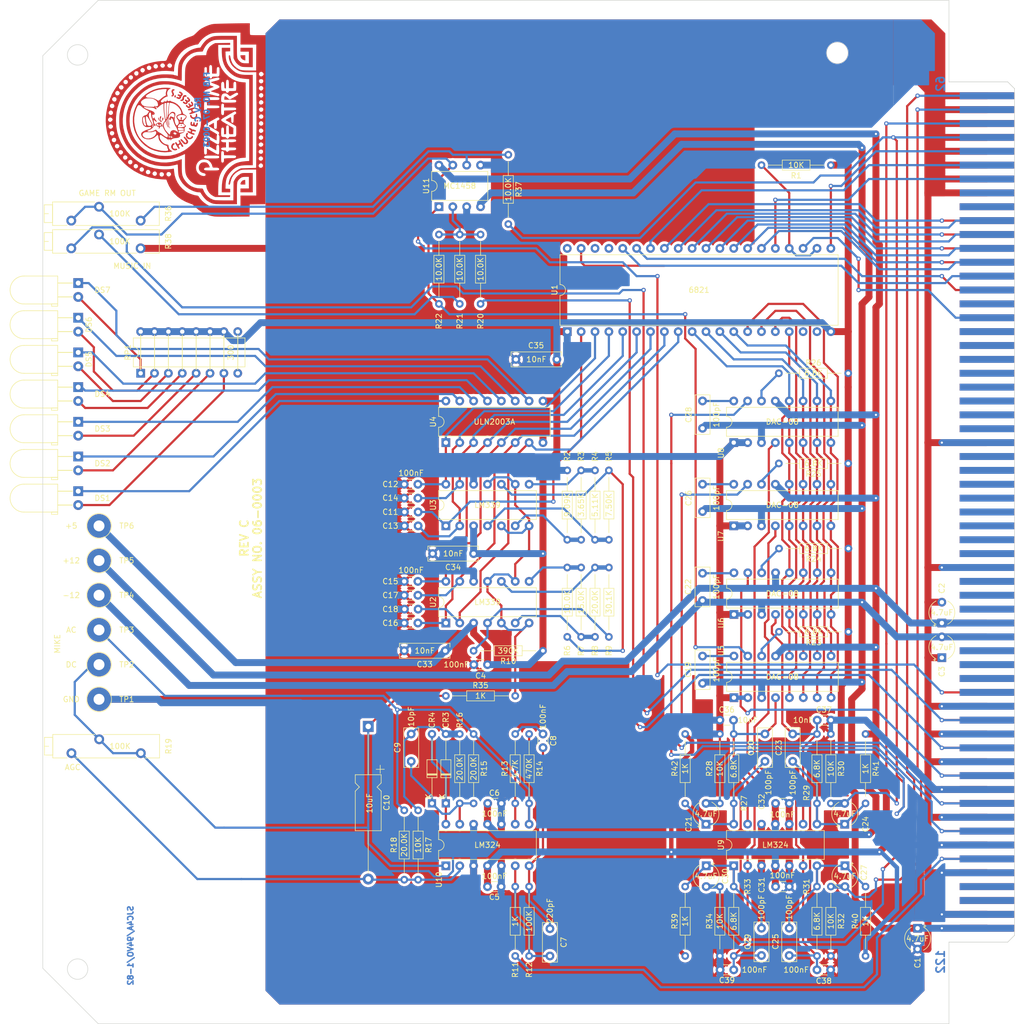
<source format=kicad_pcb>
(kicad_pcb (version 20221018) (generator pcbnew)
  (layers (0 "F.Cu" signal) (31 "B.Cu" signal) (34 "B.Paste" user) (35 "F.Paste" user) (36 "B.SilkS" user "B.Silkscreen") (37 "F.SilkS" user "F.Silkscreen") (38 "B.Mask" user) (39 "F.Mask" user) (44 "Edge.Cuts" user))
  (net 0 "")
  (net 1 "+5V")
  (net 2 "GND")
  (net 3 "+12V")
  (net 4 "-12V")
  (net 5 "Net-(U10B--)")
  (net 6 "Net-(C7-Pad2)")
  (net 7 "Net-(C8-Pad2)")
  (net 8 "Net-(CR4-K)")
  (net 9 "Net-(CR3-A)")
  (net 10 "Net-(C10-Pad1)")
  (net 11 "Net-(U10A--)")
  (net 12 "PA0")
  (net 13 "PA1")
  (net 14 "PA2")
  (net 15 "PA3")
  (net 16 "PA4")
  (net 17 "PA5")
  (net 18 "PA6")
  (net 19 "PA7")
  (net 20 "Net-(C20-Pad2)")
  (net 21 "Pin 65")
  (net 22 "Net-(C23-Pad2)")
  (net 23 "Pin 64")
  (net 24 "Net-(CR3-K)")
  (net 25 "Net-(DS1-K)")
  (net 26 "Net-(DS1-A)")
  (net 27 "Net-(DS2-K)")
  (net 28 "Net-(DS2-A)")
  (net 29 "Net-(DS3-K)")
  (net 30 "Net-(DS3-A)")
  (net 31 "Net-(DS4-K)")
  (net 32 "Net-(DS4-A)")
  (net 33 "Net-(DS5-K)")
  (net 34 "Net-(DS5-A)")
  (net 35 "Net-(DS6-K)")
  (net 36 "Net-(DS6-A)")
  (net 37 "Net-(DS7-K)")
  (net 38 "Net-(DS7-A)")
  (net 40 "D0")
  (net 41 "D2")
  (net 42 "D4")
  (net 43 "D6")
  (net 45 "RS1")
  (net 70 "BGOUT")
  (net 71 "BGIN")
  (net 72 "MIKEIN")
  (net 73 "R2R_audio_track")
  (net 74 "Pin 113")
  (net 75 "AGCMIC")
  (net 77 "R{slash}~{W}")
  (net 78 "{slash}RESET")
  (net 79 "E")
  (net 82 "D1")
  (net 83 "D3")
  (net 84 "D5")
  (net 85 "D7")
  (net 86 "RS0")
  (net 89 "{slash}CS")
  (net 114 "Net-(U1-CS0)")
  (net 115 "Vref8")
  (net 116 "Vref7")
  (net 117 "Vref6")
  (net 118 "Vref5")
  (net 119 "Vref4")
  (net 120 "Vref3")
  (net 121 "Vref2")
  (net 122 "Vref1")
  (net 123 "Net-(U10C--)")
  (net 124 "Net-(R14-Pad2)")
  (net 125 "Net-(U11A--)")
  (net 126 "Net-(R21-Pad2)")
  (net 127 "Net-(U2A-+)")
  (net 128 "Net-(U11B--)")
  (net 131 "PB0")
  (net 132 "PB1")
  (net 133 "PB2")
  (net 134 "PB3")
  (net 135 "PB4")
  (net 136 "PB5")
  (net 137 "PB6")
  (net 138 "PB7")
  (net 140 "CB2")
  (net 143 "CA2")
  (net 145 "Net-(U8-COMP)")
  (net 146 "Net-(U7-COMP)")
  (net 147 "Net-(U7-Vref+)")
  (net 148 "Net-(U8-Vref+)")
  (net 149 "Net-(U5-COMP)")
  (net 150 "Net-(U6-COMP)")
  (net 151 "Net-(U5-Vref+)")
  (net 152 "Net-(U6-Vref+)")
  (net 155 "Pin 63")
  (net 156 "Pin 62")
  (net 157 "Net-(C25-Pad1)")
  (net 158 "Net-(C29-Pad2)")
  (net 159 "Net-(U5-Vref-)")
  (net 160 "Pin 115")
  (net 161 "Net-(U5-Iout)")
  (net 162 "Net-(U6-Iout)")
  (net 163 "Net-(U7-Iout)")
  (net 164 "Net-(U8-Iout)")
  (footprint "Capacitor_THT:C_Rect_L7.0mm_W2.5mm_P5.00mm" (layer "F.Cu") (at 188.595 182.165 90)
    (fp_text reference "C29")
    (fp_text value "100pF")
  )
  (footprint "Package_DIP:DIP-14_W7.62mm" (layer "F.Cu") (at 130.81 103.515 90)
    (fp_text reference "U3")
    (fp_text value "LM339")
  )
  (footprint "Evan's parts:R_Axial_DIN0204_L3.6mm_D1.6mm_P12.7mm_Horizontal" (layer "F.Cu") (at 153.035 113.675 -90)
    (fp_text reference "R6")
    (fp_text value "10.0K")
  )
  (footprint "TestPoint:TestPoint_Plated_Hole_D3.0mm" (layer "F.Cu") (at 67.31 116.215 180)
    (fp_text reference "TP4")
    (fp_text value "-12")
  )
  (footprint "Capacitor_THT:C_Disc_D3.0mm_W1.6mm_P2.50mm" (layer "F.Cu") (at 201.255 184.785 180)
    (fp_text reference "C38")
    (fp_text value "100nF")
  )
  (footprint "LED_THT:LED_D5.0mm_Horizontal_O3.81mm_Z15.0mm" (layer "F.Cu") (at 63.5 97.165 -90)
    (fp_text reference "DS1")
    (fp_text value "LED")
  )
  (footprint "Capacitor_THT:C_Disc_D3.0mm_W1.6mm_P2.50mm" (layer "F.Cu") (at 191.175 154.315)
    (fp_text reference "C32")
    (fp_text value "100nF")
  )
  (footprint "Evan's parts:R_Axial_DIN0204_L3.6mm_D1.6mm_P12.7mm_Horizontal" (layer "F.Cu") (at 133.35 151.775 90)
    (fp_text reference "R16")
    (fp_text value "20.0K")
  )
  (footprint "Capacitor_THT:C_Disc_D3.0mm_W1.6mm_P2.50mm" (layer "F.Cu") (at 181.015 184.785)
    (fp_text reference "C39")
    (fp_text value "100nF")
  )
  (footprint "Package_DIP:DIP-16_W7.62mm" (layer "F.Cu") (at 130.81 88.275 90)
    (fp_text reference "U4")
    (fp_text value "ULN2003A")
  )
  (footprint "Capacitor_THT:C_Rect_L7.0mm_W2.5mm_P5.00mm" (layer "F.Cu") (at 177.8 80.645 -90)
    (fp_text reference "C28")
    (fp_text value "100pF")
  )
  (footprint "Evan's parts:R_Axial_DIN0204_L3.6mm_D1.6mm_P12.7mm_Horizontal" (layer "F.Cu") (at 137.16 52.715 -90)
    (fp_text reference "R20")
    (fp_text value "10.0K")
  )
  (footprint "Capacitor_THT:C_Rect_L7.0mm_W2.5mm_P5.00mm" (layer "F.Cu") (at 177.8 95.885 -90)
    (fp_text reference "C26")
    (fp_text value "100pF")
  )
  (footprint "Evan's parts:R_Axial_DIN0204_L3.6mm_D1.6mm_P12.7mm_Horizontal" (layer "F.Cu") (at 180.975 179.705 90)
    (fp_text reference "R34")
    (fp_text value "10K")
  )
  (footprint "Diode_THT:D_DO-34_SOD68_P12.70mm_Horizontal" (layer "F.Cu") (at 130.81 154.315 90)
    (fp_text reference "CR3")
    (fp_text value "1N4148")
  )
  (footprint "Capacitor_THT:C_Disc_D3.0mm_W1.6mm_P2.50mm" (layer "F.Cu") (at 125.69 113.675 180)
    (fp_text reference "C15")
    (fp_text value "100nF")
  )
  (footprint "Capacitor_THT:C_Disc_D3.0mm_W1.6mm_P2.50mm" (layer "F.Cu") (at 125.73 103.515 180)
    (fp_text reference "C13")
    (fp_text value "100nF")
  )
  (footprint "Evan's parts:R_Axial_DIN0204_L3.6mm_D1.6mm_P12.7mm_Horizontal" (layer "F.Cu") (at 158.115 113.675 -90)
    (fp_text reference "R8")
    (fp_text value "20.0K")
  )
  (footprint "Package_DIP:DIP-8_W7.62mm" (layer "F.Cu") (at 129.54 45.095 90)
    (fp_text reference "U11")
    (fp_text value "MC1458")
  )
  (footprint "Package_DIP:DIP-14_W7.62mm" (layer "F.Cu") (at 130.81 165.745 90)
    (fp_text reference "U10")
    (fp_text value "LM324")
  )
  (footprint "Diode_THT:D_DO-34_SOD68_P12.70mm_Horizontal" (layer "F.Cu") (at 128.27 154.315 90)
    (fp_text reference "CR4")
    (fp_text value "1N4148")
  )
  (footprint "Evan's parts:R_Axial_DIN0204_L3.6mm_D1.6mm_P12.7mm_Horizontal" (layer "F.Cu") (at 180.975 151.775 90)
    (fp_text reference "R28")
    (fp_text value "10K")
  )
  (footprint "Evan's parts:R_Axial_DIN0204_L3.6mm_D1.6mm_P12.7mm_Horizontal" (layer "F.Cu") (at 174.625 144.155 -90)
    (fp_text reference "R42")
    (fp_text value "1K")
  )
  (footprint "Capacitor_THT:C_Rect_L7.0mm_W2.5mm_P5.00mm" (layer "F.Cu") (at 193.675 177.165 -90)
    (fp_text reference "C25")
    (fp_text value "100pF")
  )
  (footprint "Evan's parts:R_Axial_DIN0204_L3.6mm_D1.6mm_P12.7mm_Horizontal" (layer "F.Cu") (at 201.93 75.575 180)
    (fp_text reference "R26")
    (fp_text value "6.8K")
  )
  (footprint "Evan's parts:R_Axial_DIN0204_L3.6mm_D1.6mm_P12.7mm_Horizontal" (layer "F.Cu") (at 160.655 95.895 -90)
    (fp_text reference "R5")
    (fp_text value "7.50K")
  )
  (footprint "Evan's parts:R_Axial_DIN0204_L3.6mm_D1.6mm_P12.7mm_Horizontal" (layer "F.Cu") (at 129.54 52.715 -90)
    (fp_text reference "R22")
    (fp_text value "10.0K")
  )
  (footprint "Potentiometer_THT:Potentiometer_Bourns_3005_Horizontal" (layer "F.Cu") (at 74.93 52.715)
    (fp_text reference "R38")
    (fp_text value "100K")
  )
  (footprint "Evan's parts:R_Axial_DIN0204_L3.6mm_D1.6mm_P12.7mm_Horizontal" (layer "F.Cu") (at 174.625 172.085 -90)
    (fp_text reference "R39")
    (fp_text value "1K")
  )
  (footprint "Evan's parts:CP_Radial_Tantal_D4mm_P3.81mm" (layer "F.Cu") (at 178.47 165.735 -90)
    (fp_text reference "C30")
    (fp_text value "4.7uF")
  )
  (footprint "LED_THT:LED_D5.0mm_Horizontal_O3.81mm_Z15.0mm" (layer "F.Cu") (at 63.5 59.065 -90)
    (fp_text reference "DS7")
    (fp_text value "LED")
  )
  (footprint "LED_THT:LED_D5.0mm_Horizontal_O3.81mm_Z15.0mm" (layer "F.Cu") (at 63.5 71.765 -90)
    (fp_text reference "DS5")
    (fp_text value "LED")
  )
  (footprint "Capacitor_THT:C_Rect_L7.0mm_W2.5mm_P5.00mm" (layer "F.Cu") (at 124.46 146.615 90)
    (fp_text reference "C9")
    (fp_text value "10pF")
  )
  (footprint "LED_THT:LED_D5.0mm_Horizontal_O3.81mm_Z15.0mm" (layer "F.Cu") (at 63.5 65.415 -90)
    (fp_text reference "DS6")
    (fp_text value "LED")
  )
  (footprint "Evan's parts:PTT black" (layer "F.Cu") (at 83.22787 30.227753 90)
    (fp_text reference "G***" hide)
    (fp_text value "LOGO" hide)
  )
  (footprint "Capacitor_THT:C_Disc_D3.0mm_W1.6mm_P2.50mm" (layer "F.Cu") (at 180.975 139.075)
    (fp_text reference "C36")
    (fp_text value "10nF")
  )
  (footprint "Evan's parts:R_Axial_DIN0204_L3.6mm_D1.6mm_P12.7mm_Horizontal" (layer "F.Cu") (at 198.755 172.085 -90)
    (fp_text reference "R31")
    (fp_text value "6.8K")
  )
  (footprint "Capacitor_THT:C_Rect_L7.0mm_W2.5mm_P5.00mm" (layer "F.Cu") (at 177.8 112.185 -90)
    (fp_text reference "C22")
    (fp_text value "100pF")
  )
  (footprint "Capacitor_THT:C_Disc_D3.0mm_W1.6mm_P2.50mm" (layer "F.Cu") (at 125.73 100.975 180)
    (fp_text reference "C11")
    (fp_text value "100nF")
  )
  (footprint "Capacitor_THT:C_Rect_L7.0mm_W2.5mm_P5.00mm" (layer "F.Cu") (at 177.8 127.345 -90)
    (fp_text reference "C19")
    (fp_text value "100pF")
  )
  (footprint "Capacitor_THT:C_Disc_D3.0mm_W1.6mm_P2.50mm" (layer "F.Cu") (at 140.97 154.315 180)
    (fp_text reference "C6")
    (fp_text value "100nF")
  )
  (footprint "TestPoint:TestPoint_Plated_Hole_D3.0mm" (layer "F.Cu") (at 67.31 103.515 180)
    (fp_text reference "TP6")
    (fp_text value "+5")
  )
  (footprint "TestPoint:TestPoint_Plated_Hole_D3.0mm" (layer "F.Cu") (at 67.31 135.265 180)
    (fp_text reference "TP1")
    (fp_text value "GND")
  )
  (footprint "TestPoint:TestPoint_Plated_Hole_D3.0mm" (layer "F.Cu") (at 67.31 122.565 180)
    (fp_text reference "TP3")
    (fp_text value "MIKE AC")
  )
  (footprint "Evan's parts:R_Axial_DIN0204_L3.6mm_D1.6mm_P12.7mm_Horizontal" (layer "F.Cu") (at 146.05 144.155 -90)
    (fp_text reference "R14")
    (fp_text value "470K")
  )
  (footprint "Evan's parts:R_Axial_DIN0204_L3.6mm_D1.6mm_P12.7mm_Horizontal" (layer "F.Cu") (at 123.19 158.125 -90)
    (fp_text reference "R18")
    (fp_text value "20.0K")
  )
  (footprint "Evan's parts:R_Axial_DIN0204_L3.6mm_D1.6mm_P12.7mm_Horizontal" (layer "F.Cu") (at 160.655 121.295 90)
    (fp_text reference "R9")
    (fp_text value "30.1K")
  )
  (footprint "Capacitor_THT:C_Rect_L7.0mm_W2.5mm_P5.00mm" (layer "F.Cu") (at 194.31 141.615 -90)
    (fp_text reference "C23")
    (fp_text value "100pF")
  )
  (footprint "Evan's parts:R_Axial_DIN0204_L3.6mm_D1.6mm_P12.7mm_Horizontal" (layer "F.Cu") (at 201.93 92.085 180)
    (fp_text reference "R25")
    (fp_text value "6.8K")
  )
  (footprint "Evan's parts:R_Axial_DIN0204_L3.6mm_D1.6mm_P12.7mm_Horizontal" (layer "F.Cu") (at 207.645 144.155 -90)
    (fp_text reference "R41")
    (fp_text value "1K")
  )
  (footprint "Evan's parts:CP_Radial_Tantal_D4mm_P3.81mm" (layer "F.Cu") (at 221.615 127.645 90)
    (fp_text reference "C3")
    (fp_text value "4.7uF")
  )
  (footprint "Evan's parts:R_Axial_DIN0204_L3.6mm_D1.6mm_P12.7mm_Horizontal" (layer "F.Cu") (at 143.51 179.715 90)
    (fp_text reference "R11")
    (fp_text value "1K")
  )
  (footprint "Package_DIP:DIP-16_W7.62mm" (layer "F.Cu") (at 183.515 88.275 90)
    (fp_text reference "U8")
    (fp_text value "DAC-08")
  )
  (footprint "Capacitor_THT:C_Disc_D3.0mm_W1.6mm_P2.50mm" (layer "F.Cu") (at 201.295 139.075 180)
    (fp_text reference "C37")
    (fp_text value "10nF")
  )
  (footprint "Evan's parts:R_Axial_DIN0204_L3.6mm_D1.6mm_P12.7mm_Horizontal" (layer "F.Cu") (at 125.73 158.125 -90)
    (fp_text reference "R17")
    (fp_text value "10K")
  )
  (footprint "Package_DIP:DIP-40_W15.24mm" (layer "F.Cu") (at 153.035 67.955 90)
    (fp_text reference "U1")
    (fp_text value "6821")
  )
  (footprint "Package_DIP:DIP-14_W7.62mm" (layer "F.Cu") (at 130.81 121.295 90)
    (fp_text reference "U2")
    (fp_text value "LM339")
  )
  (footprint "Capacitor_THT:C_Disc_D3.0mm_W1.6mm_P2.50mm" (layer "F.Cu") (at 125.69 116.215 180)
    (fp_text reference "C17")
    (fp_text value "100nF")
  )
  (footprint "Evan's parts:R_Axial_DIN0204_L3.6mm_D1.6mm_P12.7mm_Horizontal" (layer "F.Cu") (at 146.05 126.375 180)
    (fp_text reference "R10")
    (fp_text value "390K")
  )
  (footprint "Evan's parts:R_Axial_DIN0204_L3.6mm_D1.6mm_P12.7mm_Horizontal" (layer "F.Cu") (at 133.35 52.715 -90)
    (fp_text reference "R21")
    (fp_text value "10.0K")
  )
  (footprint "Evan's parts:R_Axial_DIN0204_L3.6mm_D1.6mm_P12.7mm_Horizontal" (layer "F.Cu") (at 183.515 144.155 -90)
    (fp_text reference "R27")
    (fp_text value "6.8K")
  )
  (footprint "Capacitor_THT:C_Disc_D3.0mm_W1.6mm_P2.50mm" (layer "F.Cu") (at 125.69 95.895 180)
    (fp_text reference "C12")
    (fp_text value "100nF")
  )
  (footprint "Package_DIP:DIP-14_W7.62mm" (layer "F.Cu") (at 183.515 165.735 90)
    (fp_text reference "U9")
    (fp_text value "LM324")
  )
  (footprint "TestPoint:TestPoint_Plated_Hole_D3.0mm" (layer "F.Cu") (at 67.31 128.915 180)
    (fp_text reference "TP2")
    (fp_text value "MIKE DC")
  )
  (footprint "Capacitor_THT:C_Disc_D3.0mm_W1.6mm_P2.50mm" (layer "F.Cu") (at 138.43 169.555)
    (fp_text reference "C5")
    (fp_text value "100nF")
  )
  (footprint "Evan's parts:R_Axial_DIN0204_L3.6mm_D1.6mm_P12.7mm_Horizontal" (layer "F.Cu") (at 201.295 179.705 90)
    (fp_text reference "R32")
    (fp_text value "10K")
  )
  (footprint "LED_THT:LED_D5.0mm_Horizontal_O3.81mm_Z15.0mm" (layer "F.Cu") (at 63.5 90.815 -90)
    (fp_text reference "DS2")
    (fp_text value "LED")
  )
  (footprint "Capacitor_THT:C_Rect_L7.0mm_W2.5mm_P5.00mm" (layer "F.Cu") (at 189.23 141.615 -90)
    (fp_text reference "C20")
    (fp_text value "100pF")
  )
  (footprint "Evan's parts:R_Axial_DIN0204_L3.6mm_D1.6mm_P12.7mm_Horizontal" (layer "F.Cu") (at 143.51 144.155 -90)
    (fp_text reference "R13")
    (fp_text value "4.7K")
  )
  (footprint "Evan's parts:R_Axial_DIN0204_L3.6mm_D1.6mm_P12.7mm_Horizontal" (layer "F.Cu") (at 183.515 172.085 -90)
    (fp_text reference "R33")
    (fp_text value "6.8K")
  )
  (footprint "LED_THT:LED_D5.0mm_Horizontal_O3.81mm_Z15.0mm" (layer "F.Cu") (at 63.5 78.115 -90)
    (fp_text reference "DS4")
    (fp_text value "LED")
  )
  (footprint "LED_THT:LED_D5.0mm_Horizontal_O3.81mm_Z15.0mm" (layer "F.Cu") (at 63.5 84.465 -90)
    (fp_text reference "DS3")
    (fp_text value "LED")
  )
  (footprint "Package_DIP:DIP-16_W7.62mm" (layer "F.Cu") (at 183.515 103.515 90)
    (fp_text reference "U7")
    (fp_text value "DAC-08")
  )
  (footprint "Evan's parts:R_Axial_DIN0204_L3.6mm_D1.6mm_P12.7mm_Horizontal" (layer "F.Cu") (at 155.575 121.295 90)
    (fp_text reference "R7")
    (fp_text value "15.0K")
  )
  (footprint "Potentiometer_THT:Potentiometer_Bourns_3005_Horizontal" (layer "F.Cu") (at 74.93 47.635)
    (fp_text reference "R36")
    (fp_text value "100K")
  )
  (footprint "Evan's parts:R_Axial_DIN0204_L3.6mm_D1.6mm_P12.7mm_Horizontal" (layer "F.Cu") (at 142.24 38.11 -90)
    (fp_text reference "R37")
    (fp_text value "10.0K")
  )
  (footprint "Capacitor_THT:C_Rect_L9.0mm_W2.5mm_P7.50mm_MKT" (layer "F.Cu") (at 130.69 126.375 180)
    (fp_text reference "C33")
    (fp_text value "10nF")
  )
  (footprint "Evan's parts:R_Axial_DIN0204_L3.6mm_D1.6mm_P12.7mm_Horizontal" (layer "F.Cu") (at 201.965 122.9 180)
    (fp_text reference "R23")
    (fp_text value "6.8K")
  )
  (footprint "Capacitor_THT:C_Disc_D3.0mm_W1.6mm_P2.50mm" (layer "F.Cu") (at 148.59 144.115 90)
    (fp_text reference "C8")
    (fp_text value "100nF")
  )
  (footprint "Evan's parts:R_Axial_DIN0204_L3.6mm_D1.6mm_P12.7mm_Horizontal" (layer "F.Cu") (at 133.35 134.63)
    (fp_text reference "R35")
    (fp_text value "1K")
  )
  (footprint "Evan's parts:CP_Radial_Tantal_D4mm_P3.81mm" (layer "F.Cu") (at 203.87 165.735 -90)
    (fp_text reference "C27")
    (fp_text value "4.7uF")
  )
  (footprint "Evan's parts:R_Axial_DIN0204_L3.6mm_D1.6mm_P12.7mm_Horizontal" (layer "F.Cu") (at 198.755 144.155 -90)
    (fp_text reference "R29")
    (fp_text value "6.8K")
  )
  (footprint "Evan's parts:CP_Radial_Tantal_D4mm_P3.81mm" (layer "F.Cu") (at 178.435 158.125 90)
    (fp_text reference "C21")
    (fp_text value "4.7uF")
  )
  (footprint "Capacitor_THT:C_Disc_D3.0mm_W1.6mm_P2.50mm" (layer "F.Cu") (at 193.675 169.555 180)
    (fp_text reference "C31")
    (fp_text value "100nF")
  )
  (footprint "Package_DIP:DIP-16_W7.62mm" (layer "F.Cu") (at 183.55 134.965 90)
    (fp_text reference "U5")
    (fp_text value "DAC-08")
  )
  (footprint "Evan's parts:R_Axial_DIN0204_L3.6mm_D1.6mm_P12.7mm_Horizontal" (layer "F.Cu") (at 201.965 107.66 180)
    (fp_text reference "R24")
    (fp_text value "6.8K")
  )
  (footprint "TestPoint:TestPoint_Plated_Hole_D3.0mm" (layer "F.Cu") (at 67.31 109.865 180)
    (fp_text reference "TP5")
    (fp_text value "+12")
  )
  (footprint "Evan's parts:R_Axial_DIN0204_L3.6mm_D1.6mm_P12.7mm_Horizontal" (layer "F.Cu") (at 146.05 179.715 90)
    (fp_text reference "R12")
    (fp_text value "100K")
  )
  (footprint "Evan's parts:CP_Axial_L10.0mm_D4.5mm_P27.94mm_Horizontal" (layer "F.Cu") (at 116.5975 140.225 -90)
    (fp_text reference "C10")
    (fp_text value "10uF")
  )
  (footprint "Package_DIP:DIP-16_W7.62mm" (layer "F.Cu") (at 74.93 75.575 90)
    (fp_text reference "RP1")
    (fp_text value "300")
  )
  (footprint "Capacitor_THT:C_Rect_L9.0mm_W2.5mm_P7.50mm_MKT" (layer "F.Cu") (at 135.89 108.595 180)
    (fp_text reference "C34")
    (fp_text value "10nF")
  )
  (footprint "Evan's parts:CP_Radial_Tantal_D4mm_P3.81mm" (layer "F.Cu") (at 203.835 158.125 90)
    (fp_text reference "C24")
    (fp_text value "4.7uF")
  )
  (footprint "Evan's parts:CP_Radial_Tantal_D4mm_P3.81mm" (layer "F.Cu") (at 221.615 121.295 90)
    (fp_text reference "C2")
    (fp_text value "4.7uF")
  )
  (footprint "Capacitor_THT:C_Rect_L7.0mm_W2.5mm_P5.00mm" (layer "F.Cu") (at 149.86 182.255 90)
    (fp_text reference "C7")
    (fp_text value "220pF")
  )
  (footprint "Capacitor_THT:C_Disc_D3.0mm_W1.6mm_P2.50mm" (layer "F.Cu") (at 125.69 98.435 180)
    (fp_text reference "C14")
    (fp_text value "100nF")
  )
  (footprint "Evan's parts:R_Axial_DIN0204_L3.6mm_D1.6mm_P12.7mm_Horizontal" (layer "F.Cu") (at 155.575 95.895 -90)
    (fp_text reference "R3")
    (fp_text value "3.65K")
  )
  (footprint "Evan's parts:R_Axial_DIN0204_L3.6mm_D1.6mm_P12.7mm_Horizontal" (layer "F.Cu") (at 207.645 172.085 -90)
    (fp_text reference "R40")
    (fp_text value "1K")
  )
  (footprint "Evan's parts:R_Axial_DIN0204_L3.6mm_D1.6mm_P12.7mm_Horizontal" (layer "F.Cu") (at 198.755 37.475 180)
    (fp_text reference "R1")
    (fp_text value "10K")
  )
  (footprint "Capacitor_THT:C_Disc_D3.0mm_W1.6mm_P2.50mm" (layer "F.Cu") (at 125.73 118.755 180)
    (fp_text reference "C18")
    (fp_text value "100nF")
  )
  (footprint "Evan's parts:CP_Radial_Tantal_D4mm_P3.81mm" (layer "F.Cu") (at 217.17 177.175 -90)
    (fp_text reference "C1")
    (fp_text value "4.7uF")
  )
  (footprint "Capacitor_THT:C_Rect_L9.0mm_W2.5mm_P7.50mm_MKT" (layer "F.Cu") (at 151.13 73.035 180)
    (fp_text reference "C35")
    (fp_text value "10nF")
  )
  (footprint "Evan's parts:R_Axial_DIN0204_L3.6mm_D1.6mm_P12.7mm_Horizontal" (layer "F.Cu") (at 158.115 103.515 90)
    (fp_text reference "R4")
    (fp_text value "5.11K")
  )
  (footprint "Capacitor_THT:C_Disc_D3.0mm_W1.6mm_P2.50mm" (layer "F.Cu") (at 125.69 121.295 180)
    (fp_text reference "C16")
    (fp_text value "100nF")
  )
  (footprint "Capacitor_THT:C_Disc_D3.0mm_W1.6mm_P2.50mm" (layer "F.Cu") (at 138.43 128.915 180)
    (fp_text reference "C4")
    (fp_text value "100nF")
  )
  (footprint "Potentiometer_THT:Potentiometer_Bourns_3005_Horizontal" (layer "F.Cu") (at 74.965 145.125)
    (fp_text reference "R19")
    (fp_text value "100K")
  )
  (footprint "Evan's parts:Chuck_E_Cheese_large_card_edge" (layer "F.Cu") (at 229.87 177.175 90)
    (fp_text reference "J1" hide)
    (fp_text value "CEC card edge connector large")
    (fp_line (start -2.54 3.81) (end -2.54 -6.95) (stroke (width 0.12)) (layer "Edge.Cuts"))
    (fp_line (start -1.27 5.08) (end -2.54 3.81) (stroke (width 0.12)) (layer "Edge.Cuts"))
    (fp_line (start -1.27 5.08) (end 153.67 5.08) (stroke (width 0.12)) (layer "Edge.Cuts"))
    (fp_line (start 154.94 3.81) (end 153.67 5.08) (stroke (width 0.12)) (layer "Edge.Cuts"))
    (fp_line (start 154.94 3.81) (end 154.94 -6.95) (stroke (width 0.12)) (layer "Edge.Cuts"))
  )
  (footprint "Package_DIP:DIP-16_W7.62mm" (layer "F.Cu") (at 183.55 119.725 90)
    (fp_text reference "U6")
    (fp_text value "DAC-08")
  )
  (footprint "Evan's parts:R_Axial_DIN0204_L3.6mm_D1.6mm_P12.7mm_Horizontal" (layer "F.Cu") (at 135.89 151.775 90)
    (fp_text reference "R15")
    (fp_text value "20.0K")
  )
  (footprint "Evan's parts:R_Axial_DIN0204_L3.6mm_D1.6mm_P12.7mm_Horizontal" (layer "F.Cu") (at 153.035 103.515 90)
    (fp_text reference "R2")
    (fp_text value "9.09K")
  )
  (footprint "Evan's parts:R_Axial_DIN0204_L3.6mm_D1.6mm_P12.7mm_Horizontal" (layer "F.Cu") (at 201.295 144.155 -90)
    (fp_text reference "R30")
    (fp_text value "10K")
  )
  (gr_line (start 82.55 68.58) (end 82.55 74.93) (stroke (width 0.15)) (layer "F.SilkS"))
  (gr_line (start 90.17 68.58) (end 90.17 74.93) (stroke (width 0.15)) (layer "F.SilkS"))
  (gr_line (start 92.71 68.58) (end 92.71 74.93) (stroke (width 0.15)) (layer "F.SilkS"))
  (gr_line (start 85.09 68.58) (end 85.09 74.93) (stroke (width 0.15)) (layer "F.SilkS"))
  (gr_line (start 74.93 68.58) (end 74.93 74.93) (stroke (width 0.15)) (layer "F.SilkS"))
  (gr_line (start 77.47 68.58) (end 77.47 74.93) (stroke (width 0.15)) (layer "F.SilkS"))
  (gr_line (start 80.01 68.58) (end 80.01 74.93) (stroke (width 0.15)) (layer "F.SilkS"))
  (gr_line (start 87.63 68.58) (end 87.63 74.93) (stroke (width 0.15)) (layer "F.SilkS"))
  (gr_line (start 57.02 184.505) (end 67.17 194.655) (stroke (width 0.1)) (layer "Edge.Cuts"))
  (gr_line (start 222.92 22.235) (end 222.92 7.295) (stroke (width 0.1)) (layer "Edge.Cuts"))
  (gr_circle (center 202.48 16.925) (end 204.45 16.925) (stroke (width 0.1)) (fill none) (layer "Edge.Cuts"))
  (gr_circle (center 63.39 184.655) (end 63.39 182.785) (stroke (width 0.1)) (fill none) (layer "Edge.Cuts"))
  (gr_line (start 67.17 7.295) (end 222.92 7.295) (stroke (width 0.1)) (layer "Edge.Cuts"))
  (gr_line (start 57.02 17.445) (end 67.17 7.295) (stroke (width 0.1)) (layer "Edge.Cuts"))
  (gr_circle (center 63.39 17.295) (end 63.39 15.425) (stroke (width 0.1)) (fill none) (layer "Edge.Cuts"))
  (gr_line (start 57.02 184.505) (end 57.02 17.445) (stroke (width 0.1)) (layer "Edge.Cuts"))
  (gr_line (start 67.17 194.655) (end 222.92 194.655) (stroke (width 0.1)) (layer "Edge.Cuts"))
  (gr_line (start 222.92 179.715) (end 222.92 194.655) (stroke (width 0.1)) (layer "Edge.Cuts"))
  (gr_text "122" (at 222.25 180.985 90) (layer "B.Cu") (effects (font (size 1.5 1.5) (thickness 0.3) bold) (justify left bottom mirror)))
  (gr_text "SJC4A/94VO/1-82" (at 73.66 180.34 90) (layer "B.Cu") (effects (font (size 1 1) (thickness 0.25) bold) (justify bottom mirror)))
  (gr_text "62" (at 222.25 20.965 90) (layer "B.Cu") (effects (font (size 1.5 1.5) (thickness 0.3) bold) (justify left bottom mirror)))
  (gr_text "REV C\nFAB NO. 07-0003" (at 87.63 27.315 90) (layer "B.Cu") (effects (font (size 1 1) (thickness 0.25) bold) (justify bottom mirror)))
  (gr_text "GAME RM OUT" (at 63.5 43.19) (layer "F.SilkS") (effects (font (size 1 1)) (justify left bottom)))
  (gr_text "AC" (at 62.23 122.565) (layer "F.SilkS") (effects (font (size 1 1))))
  (gr_text "REV C\nASSY NO. 06-0003" (at 97.19 105.755 90) (layer "F.SilkS") (effects (font (size 1.5 1.5) (thickness 0.3) bold) (justify bottom)))
  (gr_text "MIKE" (at 59.69 125.105 90) (layer "F.SilkS") (effects (font (size 1 1))))
  (gr_text "AGC" (at 60.96 148.3) (layer "F.SilkS") (effects (font (size 1 1)) (justify left bottom)))
  (gr_text "DC" (at 62.23 128.915) (layer "F.SilkS") (effects (font (size 1 1))))
  (gr_text "MUSIC IN" (at 69.85 56.525) (layer "F.SilkS") (effects (font (size 1 1)) (justify left bottom)))
  (segment (start 148.59 126.375) (end 148.59 108.595) (width 1.27) (layer "F.Cu") (net 1))
  (segment (start 138.43 125.74) (end 138.43 128.915) (width 1.27) (layer "F.Cu") (net 1))
  (segment (start 217.17 177.175) (end 210.82 177.175) (width 1.27) (layer "F.Cu") (net 1))
  (segment (start 205.74 172.095) (end 205.74 152.41) (width 1.27) (layer "F.Cu") (net 1))
  (segment (start 203.2 132.725) (end 204.47 131.455) (width 1.27) (layer "F.Cu") (net 1))
  (segment (start 205.74 152.41) (end 203.2 149.87) (width 1.27) (layer "F.Cu") (net 1))
  (segment (start 151.13 90.18) (end 151.13 80.655) (width 1.27) (layer "F.Cu") (net 1))
  (segment (start 203.2 149.87) (end 203.2 132.725) (width 1.27) (layer "F.Cu") (net 1))
  (segment (start 201.295 67.955) (end 204.47 67.955) (width 1.27) (layer "F.Cu") (net 1))
  (segment (start 204.47 37.475) (end 201.295 37.475) (width 1.27) (layer "F.Cu") (net 1))
  (segment (start 148.59 108.595) (end 148.59 92.72) (width 1.27) (layer "F.Cu") (net 1))
  (segment (start 204.47 78.115) (end 204.47 92.085) (width 1.27) (layer "F.Cu") (net 1))
  (segment (start 148.59 80.655) (end 151.13 80.655) (width 1.27) (layer "F.Cu") (net 1))
  (segment (start 204.47 67.955) (end 204.47 37.475) (width 1.27) (layer "F.Cu") (net 1))
  (segment (start 204.47 131.455) (end 204.47 92.085) (width 1.27) (layer "F.Cu") (net 1))
  (segment (start 210.82 177.175) (end 205.74 172.095) (width 1.27) (layer "F.Cu") (net 1))
  (segment (start 229.87 177.175) (end 221.615 177.175) (width 1.27) (layer "F.Cu") (net 1))
  (segment (start 151.13 80.655) (end 151.13 73.035) (width 1.27) (layer "F.Cu") (net 1))
  (segment (start 148.59 92.72) (end 151.13 90.18) (width 1.27) (layer "F.Cu") (net 1))
  (segment (start 135.89 121.295) (end 135.89 123.2) (width 1.27) (layer "F.Cu") (net 1))
  (segment (start 204.47 67.955) (end 204.47 78.115) (width 1.27) (layer "F.Cu") (net 1))
  (segment (start 135.89 123.2) (end 138.43 125.74) (width 1.27) (layer "F.Cu") (net 1))
  (via (at 221.615 177.175) (size 0.8) (drill 0.4) (layers "F.Cu" "B.Cu") (net 1))
  (via (at 148.59 108.595) (size 0.8) (drill 0.4) (layers "F.Cu" "B.Cu") (net 1))
  (segment (start 74.93 67.955) (end 90.17 67.955) (width 1.27) (layer "B.Cu") (net 1))
  (segment (start 90.17 67.955) (end 91.805 69.59) (width 1.27) (layer "B.Cu") (net 1))
  (segment (start 229.87 177.175) (end 221.615 177.175) (width 1.27) (layer "B.Cu") (net 1))
  (segment (start 128.5275 128.5375) (end 92.3325 128.5375) (width 1.27) (layer "B.Cu") (net 1))
  (segment (start 138.43 128.915) (end 146.05 128.915) (width 1.27) (layer "B.Cu") (net 1))
  (segment (start 130.69 126.375) (end 130.81 126.375) (width 1.27) (layer "B.Cu") (net 1))
  (segment (start 130.69 126.375) (end 128.5275 128.5375) (width 1.27) (layer "B.Cu") (net 1))
  (segment (start 92.3325 128.5375) (end 67.31 103.515) (width 1.27) (layer "B.Cu") (net 1))
  (segment (start 135.89 108.595) (end 135.89 103.515) (width 1.27) (layer "B.Cu") (net 1))
  (segment (start 96.885 66.32) (end 151.13 66.32) (width 1.27) (layer "B.Cu") (net 1))
  (segment (start 91.805 69.59) (end 93.615 69.59) (width 1.27) (layer "B.Cu") (net 1))
  (segment (start 93.615 69.59) (end 96.885 66.32) (width 1.27) (layer "B.Cu") (net 1))
  (segment (start 199.66 66.32) (end 201.295 67.955) (width 1.27) (layer "B.Cu") (net 1))
  (segment (start 148.59 108.595) (end 135.89 108.595) (width 1.27) (layer "B.Cu") (net 1))
  (segment (start 151.13 66.32) (end 199.66 66.32) (width 1.27) (layer "B.Cu") (net 1))
  (segment (start 130.81 126.375) (end 135.89 121.295) (width 1.27) (layer "B.Cu") (net 1))
  (segment (start 146.05 128.915) (end 148.59 126.375) (width 1.27) (layer "B.Cu") (net 1))
  (segment (start 221.615 177.175) (end 217.17 177.175) (width 1.27) (layer "B.Cu") (net 1))
  (segment (start 151.13 73.035) (end 151.13 66.32) (width 1.27) (layer "B.Cu") (net 1))
  (segment (start 180.975 134.62) (end 180.975 139.075) (width 1.27) (layer "F.Cu") (net 2))
  (segment (start 219.075 161.935) (end 221.615 161.935) (width 1.27) (layer "F.Cu") (net 2))
  (segment (start 219.075 24.775) (end 229.87 24.775) (width 1.27) (layer "F.Cu") (net 2))
  (segment (start 219.075 40.015) (end 219.075 37.475) (width 1.27) (layer "F.Cu") (net 2))
  (segment (start 183.515 88.275) (end 180.975 90.815) (width 1.27) (layer "F.Cu") (net 2))
  (segment (start 219.075 164.475) (end 219.075 167.015) (width 1.27) (layer "F.Cu") (net 2))
  (segment (start 219.075 37.475) (end 219.075 34.935) (width 1.27) (layer "F.Cu") (net 2))
  (segment (start 181.32 134.965) (end 180.975 134.62) (width 1.27) (layer "F.Cu") (net 2))
  (segment (start 133.985 47.635) (end 134.62 47.635) (width 0.8) (layer "F.Cu") (net 2))
  (segment (start 219.075 151.775) (end 221.615 151.775) (width 1.27) (layer "F.Cu") (net 2))
  (segment (start 219.075 32.395) (end 219.075 29.855) (width 1.27) (layer "F.Cu") (net 2))
  (segment (start 140.93 169.555) (end 140.93 172.055) (width 1.27) (layer "F.Cu") (net 2))
  (segment (start 213.995 173.365) (end 212.09 175.27) (width 1.27) (layer "F.Cu") (net 2))
  (segment (start 219.075 27.315) (end 229.87 27.315) (width 1.27) (layer "F.Cu") (net 2))
  (segment (start 219.075 156.855) (end 221.615 156.855) (width 1.27) (layer "F.Cu") (net 2))
  (segment (start 180.975 103.515) (end 183.515 103.515) (width 1.27) (layer "F.Cu") (net 2))
  (segment (start 188.595 160.665) (end 188.595 158.115) (width 0.4) (layer "F.Cu") (net 2))
  (segment (start 193.675 163.84) (end 193.675 165.735) (width 1.27) (layer "F.Cu") (net 2))
  (segment (start 180.975 147.33) (end 184.785 151.14) (width 0.4) (layer "F.Cu") (net 2))
  (segment (start 219.075 141.615) (end 219.075 146.695) (width 1.27) (layer "F.Cu") (net 2))
  (segment (start 219.075 117.485) (end 221.615 117.485) (width 1.27) (layer "F.Cu") (net 2))
  (segment (start 229.87 151.775) (end 221.615 151.775) (width 1.27) (layer "F.Cu") (net 2))
  (segment (start 229.87 136.535) (end 221.615 136.535) (width 1.27) (layer "F.Cu") (net 2))
  (segment (start 219.075 27.315) (end 219.075 24.775) (width 1.27) (layer "F.Cu") (net 2))
  (segment (start 219.075 127.645) (end 219.075 117.485) (width 1.27) (layer "F.Cu") (net 2))
  (segment (start 219.075 34.935) (end 219.075 32.395) (width 1.27) (layer "F.Cu") (net 2))
  (segment (start 193.675 158.115) (end 193.675 163.84) (width 1.27) (layer "F.Cu") (net 2))
  (segment (start 153.035 67.955) (end 149.86 67.955) (width 1.27) (layer "F.Cu") (net 2))
  (segment (start 74.93 52.715) (end 111.76 52.715) (width 1.27) (layer "F.Cu") (net 2))
  (segment (start 188.595 165.735) (end 188.595 168.92) (width 1.27) (layer "F.Cu") (net 2))
  (segment (start 140.97 154.315) (end 140.97 151.775) (width 1.27) (layer "F.Cu") (net 2))
  (segment (start 180.975 147.33) (end 180.975 141.615) (width 0.4) (layer "F.Cu") (net 2))
  (segment (start 219.075 88.275) (end 219.075 42.555) (width 1.27) (layer "F.Cu") (net 2))
  (segment (start 219.075 174.635) (end 221.615 174.635) (width 1.27) (layer "F.Cu") (net 2))
  (segment (start 134.62 47.635) (end 134.62 45.095) (width 0.8) (layer "F.Cu") (net 2))
  (segment (start 180.975 90.815) (end 180.975 103.515) (width 1.27) (layer "F.Cu") (net 2))
  (segment (start 140.335 47.635) (end 140.335 37.475) (width 0.8) (layer "F.Cu") (net 2))
  (segment (start 219.075 151.775) (end 219.075 156.855) (width 1.27) (layer "F.Cu") (net 2))
  (segment (start 219.075 34.935) (end 229.87 34.935) (width 1.27) (layer "F.Cu") (net 2))
  (segment (start 229.87 161.935) (end 221.615 161.935) (width 1.27) (layer "F.Cu") (net 2))
  (segment (start 219.075 146.695) (end 221.615 146.695) (width 1.27) (layer "F.Cu") (net 2))
  (segment (start 134.62 47.635) (end 140.335 47.635) (width 0.8) (layer "F.Cu") (net 2))
  (segment (start 188.595 163.84) (end 188.595 165.735) (width 0.4) (layer "F.Cu") (net 2))
  (segment (start 184.785 171.46) (end 184.785 163.84) (width 0.4) (layer "F.Cu") (net 2))
  (segment (start 197.485 160.03) (end 197.485 151.14) (width 0.4) (layer "F.Cu") (net 2))
  (segment (start 219.075 127.645) (end 219.075 136.535) (width 1.27) (layer "F.Cu") (net 2))
  (segment (start 193.675 158.115) (end 193.675 154.315) (width 1.27) (layer "F.Cu") (net 2))
  (segment (start 184.785 151.14) (end 184.785 160.665) (width 0.4) (layer "F.Cu") (net 2))
  (segment (start 219.075 141.615) (end 221.615 141.615) (width 1.27) (layer "F.Cu") (net 2))
  (segment (start 219.075 88.275) (end 221.615 88.275) (width 1.27) (layer "F.Cu") (net 2))
  (segment (start 219.075 42.555) (end 229.87 42.555) (width 1.27) (layer "F.Cu") (net 2))
  (segment (start 219.075 136.535) (end 221.615 136.535) (width 1.27) (layer "F.Cu") (net 2))
  (segment (start 219.075 37.475) (end 229.87 37.475) (width 1.27) (layer "F.Cu") (net 2))
  (segment (start 219.075 180.985) (end 217.17 180.985) (width 1.27) (layer "F.Cu") (net 2))
  (segment (start 219.075 146.695) (end 219.075 151.775) (width 1.27) (layer "F.Cu") (net 2))
  (segment (start 193.675 158.115) (end 193.675 160.03) (width 0.4) (layer "F.Cu") (net 2))
  (segment (start 229.87 156.855) (end 221.615 156.855) (width 1.27) (layer "F.Cu") (net 2))
  (segment (start 219.075 29.855) (end 229.87 29.855) (width 1.27) (layer "F.Cu") (net 2))
  (segment (start 219.075 117.485) (end 219.075 111.135) (width 1.27) (layer "F.Cu") (net 2))
  (segment (start 219.075 111.135) (end 219.075 88.275) (width 1.27) (layer "F.Cu") (net 2))
  (segment (start 219.075 167.015) (end 219.075 174.635) (width 1.27) (layer "F.Cu") (net 2))
  (segment (start 219.075 174.635) (end 219.075 180.985) (width 1.27) (layer "F.Cu") (net 2))
  (segment (start 140.97 165.745) (end 140.97 158.125) (width 1.27) (layer "F.Cu") (net 2))
  (segment (start 219.075 111.135) (end 221.615 111.135) (width 1.27) (layer "F.Cu") (net 2))
  (segment (start 229.87 141.615) (end 221.615 141.615) (width 1.27) (layer "F.Cu") (net 2))
  (segment (start 140.335 37.475) (end 137.16 37.475) (width 0.8) (layer "F.Cu") (net 2))
  (segment (start 229.87 146.695) (end 221.615 146.695) (width 1.27) (layer "F.Cu") (net 2))
  (segment (start 219.075 167.015) (end 221.615 167.015) (width 1.27) (layer "F.Cu") (net 2))
  (segment (start 180.975 103.515) (end 180.975 119.38) (width 1.27) (layer "F.Cu") (net 2))
  (segment (start 229.87 174.635) (end 221.615 174.635) (width 1.27) (layer "F.Cu") (net 2))
  (segment (start 219.075 136.535) (end 219.075 141.615) (width 1.27) (layer "F.Cu") (net 2))
  (segment (start 180.975 139.075) (end 180.975 141.615) (width 1.27) (layer "F.Cu") (net 2))
  (segment (start 183.55 134.965) (end 181.32 134.965) (width 1.27) (layer "F.Cu") (net 2))
  (segment (start 67.31 135.265) (end 100.065 135.265) (width 1.27) (layer "F.Cu") (net 2))
  (segment (start 188.595 158.115) (end 188.595 165.735) (width 1.27) (layer "F.Cu") (net 2))
  (segment (start 219.075 42.555) (end 219.075 40.015) (width 1.27) (layer "F.Cu") (net 2))
  (segment (start 219.075 32.395) (end 229.87 32.395) (width 1.27) (layer "F.Cu") (net 2))
  (segment (start 229.87 167.015) (end 221.615 167.015) (width 1.27) (layer "F.Cu") (net 2))
  (segment (start 97.19787 14.987753) (end 100.077753 14.987753) (width 0.25) (layer "F.Cu") (net 2))
  (segment (start 229.87 111.135) (end 221.615 111.135) (width 1.27) (layer "F.Cu") (net 2))
  (segment (start 219.075 29.855) (end 219.075 27.315) (width 1.27) (layer "F.Cu") (net 2))
  (segment (start 135.89 165.745) (end 135.89 169.555) (width 1.27) (layer "F.Cu") (net 2))
  (segment (start 193.675 165.735) (end 193.675 169.555) (width 1.27) (layer "F.Cu") (net 2))
  (segment (start 229.87 88.275) (end 221.615 88.275) (width 1.27) (layer "F.Cu") (net 2))
  (segment (start 180.975 119.38) (end 180.975 134.62) (width 1.27) (layer "F.Cu") (net 2))
  (segment (start 197.485 163.84) (end 197.485 172.095) (width 0.4) (layer "F.Cu") (net 2))
  (segment (start 219.075 161.935) (end 219.075 164.475) (width 1.27) (layer "F.Cu") (net 2))
  (segment (start 148.59 88.275) (end 148.59 85.735) (width 1.27) (layer "F.Cu") (net 2))
  (segment (start 221.615 127.645) (end 219.075 127.645) (width 1.27) (layer "F.Cu") (net 2))
  (segment (start 212.09 175.27) (end 218.44 175.27) (width 1.27) (layer "F.Cu") (net 2))
  (segment (start 219.075 156.855) (end 219.075 161.935) (width 1.27) (layer "F.Cu") (net 2))
  (segment (start 218.44 175.27) (end 219.075 174.635) (width 1.27) (layer "F.Cu") (net 2))
  (segment (start 181.32 119.725) (end 180.975 119.38) (width 1.27) (layer "F.Cu") (net 2))
  (segment (start 219.075 40.015) (end 229.87 40.015) (width 1.27) (layer "F.Cu") (net 2))
  (segment (start 183.55 119.725) (end 181.32 119.725) (width 1.27) (layer "F.Cu") (net 2))
  (via (at 221.615 88.275) (size 0.8) (drill 0.4) (layers "F.Cu" "B.Cu") (net 2))
  (via (at 221.615 146.695) (size 0.8) (drill 0.4) (layers "F.Cu" "B.Cu") (net 2))
  (via (at 221.615 111.135) (size 0.8) (drill 0.4) (layers "F.Cu" "B.Cu") (net 2))
  (via (at 221.615 167.015) (size 0.8) (drill 0.4) (layers "F.Cu" "B.Cu") (net 2))
  (via (at 221.615 136.535) (size 0.8) (drill 0.4) (layers "F.Cu" "B.Cu") (net 2))
  (via (at 221.615 141.615) (size 0.8) (drill 0.4) (layers "F.Cu" "B.Cu") (net 2))
  (via (at 221.615 151.775) (size 0.8) (drill 0.4) (layers "F.Cu" "B.Cu") (net 2))
  (via (at 221.615 156.855) (size 0.8) (drill 0.4) (layers "F.Cu" "B.Cu") (net 2))
  (via (at 221.615 174.635) (size 0.8) (drill 0.4) (layers "F.Cu" "B.Cu") (net 2))
  (via (at 221.615 161.935) (size 0.8) (drill 0.4) (layers "F.Cu" "B.Cu") (net 2))
  (segment (start 191.805 146.395) (end 191.805 145.76) (width 0.4) (layer "B.Cu") (net 2))
  (segment (start 153.035 67.955) (end 153.035 70.495) (width 1.27) (layer "B.Cu") (net 2))
  (segment (start 135.89 162.27) (end 133.385 162.27) (width 0.4) (layer "B.Cu") (net 2))
  (segment (start 197.485 145.09) (end 199.425 147.03) (width 0.4) (layer "B.Cu") (net 2))
  (segment (start 118.78 166.715) (end 116.875 164.81) (width 0.4) (layer "B.Cu") (net 2))
  (segment (start 123.19 95.895) (end 120.015 95.895) (width 1.27) (layer "B.Cu") (net 2))
  (segment (start 134.62 45.095) (end 134.62 47) (width 1.27) (layer "B.Cu") (net 2))
  (segment (start 190.535 145.125) (end 189.265 145.125) (width 0.4) (layer "B.Cu") (net 2))
  (segment (start 229.87 136.535) (end 221.615 136.535) (width 1.27) (layer "B.Cu") (net 2))
  (segment (start 229.87 146.695) (end 221.615 146.695) (width 1.27) (layer "B.Cu") (net 2))
  (segment (start 132.115 166.715) (end 131.145 167.685) (width 0.4) (layer "B.Cu") (net 2))
  (segment (start 140.97 169.515) (end 140.93 169.555) (width 1.27) (layer "B.Cu") (net 2))
  (segment (start 207.645 139.075) (end 220.345 151.775) (width 1.27) (layer "B.Cu") (net 2))
  (segment (start 123.19 116.215) (end 120.65 116.215) (width 1.27) (layer "B.Cu") (net 2))
  (segment (start 220.345 151.775) (end 221.615 151.775) (width 1.27) (layer "B.Cu") (net 2))
  (segment (start 186.725 145.125) (end 184.185 147.665) (width 0.4) (layer "B.Cu") (net 2))
  (segment (start 135.89 113.675) (end 135.89 111.77) (width 1.27) (layer "B.Cu") (net 2))
  (segment (start 229.87 151.775) (end 221.615 151.775) (width 1.27) (layer "B.Cu") (net 2))
  (segment (start 78.74 135.89) (end 78.105 135.255) (width 1.27) (layer "B.Cu") (net 2))
  (segment (start 140.93 169.555) (end 140.93 173.625) (width 1.27) (layer "B.Cu") (net 2))
  (segment (start 140.97 154.315) (end 140.97 150.805) (width 1.27) (layer "B.Cu") (net 2))
  (segment (start 181.015 184.785) (end 181.015 180.38) (width 1.27) (layer "B.Cu") (net 2))
  (segment (start 191.805 146.395) (end 190.535 145.125) (width 0.4) (layer "B.Cu") (net 2))
  (segment (start 193.675 154.315) (end 191.805 152.445) (width 0.4) (layer "B.Cu") (net 2))
  (segment (start 134.62 47) (end 135.255 47.635) (width 1.27) (layer "B.Cu") (net 2))
  (segment (start 123.23 118.755) (end 120.65 118.755) (width 1.27) (layer "B.Cu") (net 2))
  (segment (start 119.38 158.115) (end 119.38 137.16) (width 1.27) (layer "B.Cu") (net 2))
  (segment (start 181.015 184.785) (end 181.015 186.015) (width 1.27) (layer "B.Cu") (net 2))
  (segment (start 78.105 135.255) (end 69.215 135.255) (width 1.27) (layer "B.Cu") (net 2))
  (segment (start 123.535 162.27) (end 119.38 158.115) (width 1.27) (layer "B.Cu") (net 2))
  (segment (start 186.09 119.725) (end 183.55 119.725) (width 0.8) (layer "B.Cu") (net 2))
  (segment (start 140.97 158.125) (end 140.97 154.315) (width 1.27) (layer "B.Cu") (net 2))
  (segment (start 127.67 166.715) (end 118.78 166.715) (width 0.4) (layer "B.Cu") (net 2))
  (segment (start 135.89 158.125) (end 135.89 162.27) (width 1.27) (layer "B.Cu") (net 2))
  (segment (start 132.115 163.54) (end 132.115 166.715) (width 0.4) (layer "B.Cu") (net 2))
  (segment (start 135.89 165.745) (end 135.89 168.585) (width 1.27) (layer "B.Cu") (net 2))
  (segment (start 229.87 161.935) (end 221.615 161.935) (width 1.27) (layer "B.Cu") (net 2))
  (segment (start 229.87 167.015) (end 221.615 167.015) (width 1.27) (layer "B.Cu") (net 2))
  (segment (start 131.145 167.685) (end 128.64 167.685) (width 0.4) (layer "B.Cu") (net 2))
  (segment (start 135.89 162.27) (end 123.535 162.27) (width 1.27) (layer "B.Cu") (net 2))
  (segment (start 192.44 145.125) (end 192.475 145.09) (width 0.4) (layer "B.Cu") (net 2))
  (segment (start 135.89 111.77) (end 133.35 111.77) (width 1.27) (layer "B.Cu") (net 2))
  (segment (start 123.19 98.435) (end 120.65 98.435) (width 1.27) (layer "B.Cu") (net 2))
  (segment (start 180.975 141.615) (end 177.8 141.615) (width 1.27) (layer "B.Cu") (net 2))
  (segment (start 133.385 162.27) (end 132.115 163.54) (width 0.4) (layer "B.Cu") (net 2))
  (segment (start 201.295 139.075) (end 207.645 139.075) (width 1.27) (layer "B.Cu") (net 2))
  (segment (start 128.64 167.685) (end 127.67 166.715) (width 0.4) (layer "B.Cu") (net 2))
  (segment (start 191.805 152.445) (end 191.805 146.395) (width 0.4) (layer "B.Cu") (net 2))
  (segment (start 192.475 145.09) (end 197.485 145.09) (width 0.4) (layer "B.Cu") (net 2))
  (segment (start 140.97 165.745) (end 140.97 169.515) (width 1.27) (layer "B.Cu") (net 2))
  (segment (start 153.035 93.355) (end 149.225 93.355) (width 1.27) (layer "B.Cu") (net 2))
  (segment (start 140.97 150.805) (end 139.1 148.935) (width 1.27) (layer "B.Cu") (net 2))
  (segment (start 189.265 145.125) (end 186.725 145.125) (width 0.4) (layer "B.Cu") (net 2))
  (segment (start 123.19 121.295) (end 120.65 121.295) (width 1.27) (layer "B.Cu") (net 2))
  (segment (start 221.615 161.935) (end 217.18 161.935) (width 1.27) (layer "B.Cu") (net 2))
  (segment (start 135.89 95.895) (end 135.89 93.355) (width 1.27) (layer "B.Cu") (net 2))
  (segment (start 123.23 100.975) (end 121.285 100.975) (width 1.27) (layer "B.Cu") (net 2))
  (segment (start 201.255 184.785) (end 201.255 186.015) (width 1.27) (layer "B.Cu") (net 2))
  (segment (start 135.89 162.27) (end 135.89 165.745) (width 1.27) (layer "B.Cu") (net 2))
  (segment (start 191.805 145.76) (end 192.475 145.09) (width 0.4) (layer "B.Cu") (net 2))
  (segment (start 186.09 134.965) (end 183.55 134.965) (width 0.8) (layer "B.Cu") (net 2))
  (segment (start 123.19 113.675) (end 120.015 113.675) (width 1.27) (layer "B.Cu") (net 2))
  (segment (start 229.87 111.135) (end 221.615 111.135) (width 1.27) (layer "B.Cu") (net 2))
  (segment (start 137.16 37.475) (end 140.97 37.475) (width 1.27) (layer "B.Cu") (net 2))
  (segment (start 229.87 141.615) (end 221.615 141.615) (width 1.27) (layer "B.Cu") (net 2))
  (segment (start 119.38 137.16) (end 105.41 137.16) (width 1.27) (layer "B.Cu") (net 2))
  (segment (start 201.295 141.615) (end 201.295 139.075) (width 0.8) (layer "B.Cu") (net 2))
  (segment (start 180.975 139.075) (end 177.8 139.075) (width 1.27) (layer "B.Cu") (net 2))
  (segment (start 180.975 90.815) (end 150.495 90.815) (width 1.27) (layer "B.Cu") (net 2))
  (segment (start 186.055 103.515) (end 183.515 103.515) (width 1.27) (layer "B.Cu") (net 2))
  (segment (start 105.41 137.16) (end 104.14 135.89) (width 1.27) (layer "B.Cu") (net 2))
  (segment (start 229.87 156.855) (end 221.615 156.855) (width 1.27) (layer "B.Cu") (net 2))
  (segment (start 123.23 103.515) (end 121.285 103.515) (width 1.27) (layer "B.Cu") (net 2))
  (segment (start 189.265 145.125) (end 192.44 145.125) (width 0.4) (layer "B.Cu") (net 2))
  (segment (start 104.14 135.89) (end 78.74 135.89) (width 1.27) (layer "B.Cu") (net 2))
  (segment (start 186.055 88.275) (end 183.515 88.275) (width 1.27) (layer "B.Cu") (net 2))
  (segment (start 229.87 174.635) (end 221.615 174.635) (width 1.27) (layer "B.Cu") (net 2))
  (segment (start 183.515 88.275) (end 180.975 90.815) (width 1.27) (layer "B.Cu") (net 2))
  (segment (start 229.87 88.275) (end 221.615 88.275) (width 1.27) (layer "B.Cu") (net 2))
  (segment (start 209.55 125.73) (end 209.55 141.615) (width 1.27) (layer "F.Cu") (net 3))
  (segment (start 211.455 161.935) (end 210.185 163.205) (width 1.27) (layer "F.Cu") (net 3))
  (segment (start 209.55 83.195) (end 209.55 125.73) (width 1.27) (layer "F.Cu") (net 3))
  (segment (start 138.43 165.745) (end 138.43 169.555) (width 1.27) (layer "F.Cu") (net 3))
  (segment (start 172.085 163.205) (end 172.085 179.705) (width 0.8) (layer "F.Cu") (net 3))
  (segment (start 175.895 142.885) (end 175.895 144.79) (width 0.8) (layer "F.Cu") (net 3))
  (segment (start 209.55 83.195) (end 209.55 63.51) (width 1.27) (layer "F.Cu") (net 3))
  (segment (start 209.55 141.615) (end 209.55 150.505) (width 1.27) (layer "F.Cu") (net 3))
  (segment (start 191.135 169.515) (end 191.175 169.555) (width 1.27) (layer "F.Cu") (net 3))
  (segment (start 229.87 121.295) (end 221.615 121.295) (width 1.27) (layer "F.Cu") (net 3))
  (segment (start 207.645 141.615) (end 209.55 141.615) (width 1.27) (layer "F.Cu") (net 3))
  (segment (start 209.55 150.505) (end 211.455 152.41) (width 1.27) (layer "F.Cu") (net 3))
  (segment (start 209.55 63.51) (end 210.185 62.875) (width 1.27) (layer "F.Cu") (net 3))
  (segment (start 191.135 165.735) (end 191.135 169.515) (width 1.27) (layer "F.Cu") (net 3))
  (segment (start 210.185 52.08) (end 209.55 51.445) (width 1.27) (layer "F.Cu") (net 3))
  (segment (start 210.185 62.875) (end 210.185 52.08) (width 1.27) (layer "F.Cu") (net 3))
  (segment (start 172.085 179.705) (end 174.625 182.245) (width 0.8) (layer "F.Cu") (net 3))
  (segment (start 211.455 152.41) (end 211.455 161.935) (width 1.27) (layer "F.Cu") (net 3))
  (segment (start 209.55 51.445) (end 209.55 31.76) (width 1.27) (layer "F.Cu") (net 3))
  (segment (start 172.085 148.6) (end 172.085 163.205) (width 0.8) (layer "F.Cu") (net 3))
  (segment (start 175.895 144.79) (end 172.085 148.6) (width 0.8) (layer "F.Cu") (net 3))
  (segment (start 174.625 141.615) (end 175.895 142.885) (width 0.8) (layer "F.Cu") (net 3))
  (via (at 209.55 31.76) (size 0.8) (drill 0.4) (layers "F.Cu" "B.Cu") (net 3))
  (via (at 209.55 83.195) (size 0.8) (drill 0.4) (layers "F.Cu" "B.Cu") (net 3))
  (via (at 209.55 125.73) (size 0.8) (drill 0.4) (layers "F.Cu" "B.Cu") (net 3))
  (via (at 209.55 114.945) (size 0.8) (drill 0.4) (layers "F.Cu" "B.Cu") (net 3))
  (via (at 172.085 163.205) (size 0.8) (drill 0.4) (layers "F.Cu" "B.Cu") (net 3))
  (via (at 210.185 163.205) (size 0.8) (drill 0.4) (layers "F.Cu" "B.Cu") (net 3))
  (via (at 209.55 98.435) (size 0.8) (drill 0.4) (layers "F.Cu" "B.Cu") (net 3))
  (segment (start 191.135 114.945) (end 209.55 114.945) (width 1.27) (layer "B.Cu") (net 3))
  (segment (start 191.135 163.205) (end 172.085 163.205) (width 1.27) (layer "B.Cu") (net 3))
  (segment (start 191.135 95.895) (end 193.675 98.435) (width 1.27) (layer "B.Cu") (net 3))
  (segment (start 191.135 80.655) (end 193.675 83.195) (width 1.27) (layer "B.Cu") (net 3))
  (segment (start 191.17 114.91) (end 191.135 114.945) (width 1.27) (layer "B.Cu") (net 3))
  (segment (start 209.105 177.99) (end 208.95 178.145) (width 0.8) (layer "B.Cu") (net 3))
  (segment (start 177.165 114.945) (end 191.135 114.945) (width 1.27) (layer "B.Cu") (net 3))
  (segment (start 215.9 121.295) (end 209.55 114.945) (width 1.27) (layer "B.Cu") (net 3))
  (segment (start 191.17 112.105) (end 191.17 114.91) (width 1.27) (layer "B.Cu") (net 3))
  (segment (start 209.55 31.76) (end 172.72 31.76) (width 1.27) (layer "B.Cu") (net 3))
  (segment (start 67.31 109.865) (end 88.265 130.82) (width 1.27) (layer "B.Cu") (net 3))
  (segment (start 210.52 163.205) (end 213.395 166.08) (width 0.8) (layer "B.Cu") (net 3))
  (segment (start 207.645 182.245) (end 207.645 179.45) (width 0.8) (layer "B.Cu") (net 3))
  (segment (start 152.2 128.28) (end 163.83 128.28) (width 1.27) (layer "B.Cu") (net 3))
  (segment (start 213.395 166.08) (end 213.395 173.7) (width 0.8) (layer "B.Cu") (net 3))
  (segment (start 191.17 127.345) (end 192.805 125.71) (width 1.27) (layer "B.Cu") (net 3))
  (segment (start 203.835 163.205) (end 191.135 163.205) (width 1.27) (layer "B.Cu") (net 3))
  (segment (start 210.185 163.205) (end 210.52 163.205) (width 0.8) (layer "B.Cu") (net 3))
  (segment (start 213.395 173.7) (end 209.105 177.99) (width 0.8) (layer "B.Cu") (net 3))
  (segment (start 191.135 163.205) (end 191.135 165.735) (width 1.27) (layer "B.Cu") (net 3))
  (segment (start 207.645 179.45) (end 209.105 177.99) (width 0.8) (layer "B.Cu") (net 3))
  (segment (start 192.805 125.71) (end 209.53 125.71) (width 1.27) (layer "B.Cu") (net 3))
  (segment (start 221.615 121.295) (end 215.9 121.295) (width 1.27) (layer "B.Cu") (net 3))
  (segment (start 193.675 83.195) (end 209.55 83.195) (width 1.27) (layer "B.Cu") (net 3))
  (segment (start 193.675 98.435) (end 209.55 98.435) (width 1.27) (layer "B.Cu") (net 3))
  (segment (start 164.465 40.015) (end 132.08 40.015) (width 1.27) (layer "B.Cu") (net 3))
  (segment (start 138.43 165.745) (end 140.97 163.205) (width 1.27) (layer "B.Cu") (net 3))
  (segment (start 149.66 130.82) (end 152.2 128.28) (width 1.27) (layer "B.Cu") (net 3))
  (segment (start 140.97 163.205) (end 172.085 163.205) (width 1.27) (layer "B.Cu") (net 3))
  (segment (start 210.185 163.205) (end 203.835 163.205) (width 1.27) (layer "B.Cu") (net 3))
  (segment (start 172.72 31.76) (end 164.465 40.015) (width 1.27) (layer "B.Cu") (net 3))
  (segment (start 132.08 40.015) (end 129.54 37.475) (width 1.27) (layer "B.Cu") (net 3))
  (segment (start 163.83 128.28) (end 177.165 114.945) (width 1.27) (layer "B.Cu") (net 3))
  (segment (start 88.265 130.82) (end 149.66 130.82) (width 1.27) (layer "B.Cu") (net 3))
  (segment (start 229.87 121.295) (end 221.615 121.295) (width 1.27) (layer "B.Cu") (net 3))
  (segment (start 207.01 52.08) (end 207.01 34.3) (width 1.27) (layer "F.Cu") (net 4))
  (segment (start 207.01 85.1) (end 207.01 62.875) (width 1.27) (layer "F.Cu") (net 4))
  (segment (start 191.135 154.355) (end 191.175 154.315) (width 1.27) (layer "F.Cu") (net 4))
  (segment (start 207.01 62.875) (end 208.28 61.605) (width 1.27) (layer "F.Cu") (net 4))
  (segment (start 138.43 154.355) (end 138.47 154.315) (width 1.27) (layer "F.Cu") (net 4))
  (segment (start 209.55 153.045) (end 209.55 158.76) (width 1.27) (layer "F.Cu") (net 4))
  (segment (start 191.135 158.115) (end 191.135 154.355) (width 1.27) (layer "F.Cu") (net 4))
  (segment (start 208.28 53.35) (end 207.01 52.08) (width 1.27) (layer "F.Cu") (net 4))
  (segment (start 207.01 132.08) (end 207.01 133.36) (width 1.27) (layer "F.Cu") (net 4))
  (segment (start 207.01 85.1) (end 207.01 132.08) (width 1.27) (layer "F.Cu") (net 4))
  (segment (start 205.105 148.6) (end 209.55 153.045) (width 1.27) (layer "F.Cu") (net 4))
  (segment (start 209.55 158.76) (end 208.28 160.03) (width 1.27) (layer "F.Cu") (net 4))
  (segment (start 229.87 123.835) (end 221.615 123.835) (width 1.27) (layer "F.Cu") (net 4))
  (segment (start 208.28 61.605) (end 208.28 53.35) (width 1.27) (layer "F.Cu") (net 4))
  (segment (start 207.01 133.36) (end 205.105 135.265) (width 1.27) (layer "F.Cu") (net 4))
  (segment (start 205.105 135.265) (end 205.105 148.6) (width 1.27) (layer "F.Cu") (net 4))
  (segment (start 138.43 158.125) (end 138.43 154.355) (width 1.27) (layer "F.Cu") (net 4))
  (via (at 208.28 160.03) (size 0.8) (drill 0.4) (layers "F.Cu" "B.Cu") (net 4))
  (via (at 207.01 117.485) (size 0.8) (drill 0.4) (layers "F.Cu" "B.Cu") (net 4))
  (via (at 207.01 85.1) (size 0.8) (drill 0.4) (layers "F.Cu" "B.Cu") (net 4))
  (via (at 207.01 100.34) (size 0.8) (drill 0.4) (layers "F.Cu" "B.Cu") (net 4))
  (via (at 207.01 132.08) (size 0.8) (drill 0.4) (layers "F.Cu" "B.Cu") (net 4))
  (via (at 207.01 34.3) (size 0.8) (drill 0.4) (layers "F.Cu" "B.Cu") (net 4))
  (segment (start 207.01 117.485) (end 213.36 123.835) (width 1.27) (layer "B.Cu") (net 4))
  (segment (start 188.63 132.115) (end 206.975 132.115) (width 1.27) (layer "B.Cu") (net 4))
  (segment (start 150.495 132.725) (end 83.82 132.725) (width 1.27) (layer "B.Cu") (net 4))
  (segment (start 213.36 123.835) (end 221.615 123.835) (width 1.27) (layer "B.Cu") (net 4))
  (segment (start 178.345 85.1) (end 177.8 85.645) (width 1.27) (layer "B.Cu") (net 4))
  (segment (start 229.87 123.835) (end 221.615 123.835) (width 1.27) (layer "B.Cu") (net 4))
  (segment (start 165.1 42.555) (end 139.065 42.555) (width 1.27) (layer "B.Cu") (net 4))
  (segment (start 188.595 100.34) (end 178.345 100.34) (width 1.27) (layer "B.Cu") (net 4))
  (segment (start 188.63 134.965) (end 188.63 132.115) (width 1.27) (layer "B.Cu") (net 4))
  (segment (start 173.99 33.665) (end 165.1 42.555) (width 1.27) (layer "B.Cu") (net 4))
  (segment (start 139.065 42.555) (end 137.16 44.46) (width 1.27) (layer "B.Cu") (net 4))
  (segment (start 207.01 117.485) (end 188.595 117.485) (width 1.27) (layer "B.Cu") (net 4))
  (segment (start 137.16 44.46) (end 137.16 45.095) (width 1.27) (layer "B.Cu") (net 4))
  (segment (start 191.135 160.03) (end 140.335 160.03) (width 1.27) (layer "B.Cu") (net 4))
  (segment (start 177.8 117.185) (end 164.8 130.185) (width 1.27) (layer "B.Cu") (net 4))
  (segment (start 188.595 103.515) (end 188.595 100.34) (width 1.27) (layer "B.Cu") (net 4))
  (segment (start 206.375 33.665) (end 173.99 33.665) (width 1.27) (layer "B.Cu") (net 4))
  (segment (start 153.035 130.185) (end 150.495 132.725) (width 1.27) (layer "B.Cu") (net 4))
  (segment (start 207.01 34.3) (end 206.375 33.665) (width 1.27) (layer "B.Cu") (net 4))
  (segment (start 188.595 88.275) (end 188.595 85.1) (width 1.27) (layer "B.Cu") (net 4))
  (segment (start 178.03 132.115) (end 177.8 132.345) (width 1.27) (layer "B.Cu") (net 4))
  (segment (start 188.63 119.725) (end 188.63 117.52) (width 1.27) (layer "B.Cu") (net 4))
  (segment (start 140.335 160.03) (end 138.43 158.125) (width 1.27) (layer "B.Cu") (net 4))
  (segment (start 178.1 117.485) (end 177.8 117.185) (width 1.27) (layer "B.Cu") (net 4))
  (segment (start 164.8 130.185) (end 153.035 130.185) (width 1.27) (layer "B.Cu") (net 4))
  (segment (start 188.595 85.1) (end 207.01 85.1) (width 1.27) (layer "B.Cu") (net 4))
  (segment (start 178.345 100.34) (end 177.8 100.885) (width 1.27) (layer "B.Cu") (net 4))
  (segment (start 188.595 100.34) (end 207.01 100.34) (width 1.27) (layer "B.Cu") (net 4))
  (segment (start 191.135 160.03) (end 191.135 158.115) (width 1.27) (layer "B.Cu") (net 4))
  (segment (start 188.63 132.115) (end 178.03 132.115) (width 1.27) (layer "B.Cu") (net 4))
  (segment (start 188.595 117.485) (end 178.1 117.485) (width 1.27) (layer "B.Cu") (net 4))
  (segment (start 83.82 132.725) (end 67.31 116.215) (width 1.27) (layer "B.Cu") (net 4))
  (segment (start 188.63 117.52) (end 188.595 117.485) (width 1.27) (layer "B.Cu") (net 4))
  (segment (start 208.28 160.03) (end 191.135 160.03) (width 1.27) (layer "B.Cu") (net 4))
  (segment (start 188.595 85.1) (end 178.345 85.1) (width 1.27) (layer "B.Cu") (net 4))
  (segment (start 143.51 165.745) (end 143.51 169.555) (width 0.4) (layer "F.Cu") (net 5))
  (segment (start 149.86 182.255) (end 146.05 182.255) (width 0.4) (layer "B.Cu") (net 5))
  (segment (start 146.05 177.175) (end 146.05 182.255) (width 0.4) (layer "B.Cu") (net 5))
  (segment (start 143.51 169.555) (end 143.51 174.635) (width 0.4) (layer "B.Cu") (net 5))
  (segment (start 143.51 174.635) (end 146.05 177.175) (width 0.4) (layer "B.Cu") (net 5))
  (segment (start 148.59 144.115) (end 148.59 163.205) (width 0.4) (layer "F.Cu") (net 6))
  (segment (start 146.05 165.745) (end 146.05 169.555) (width 0.4) (layer "F.Cu") (net 6))
  (segment (start 148.59 163.205) (end 146.05 165.745) (width 0.4) (layer "F.Cu") (net 6))
  (segment (start 149.86 175.905) (end 146.05 172.095) (width 0.4) (layer "B.Cu") (net 6))
  (segment (start 149.86 177.255) (end 149.86 175.905) (width 0.4) (layer "B.Cu") (net 6))
  (segment (start 146.05 172.095) (end 146.05 169.555) (width 0.4) (layer "B.Cu") (net 6))
  (segment (start 144.78 140.345) (end 143.51 141.615) (width 0.4) (layer "B.Cu") (net 7))
  (segment (start 148.59 141.615) (end 147.32 140.345) (width 0.4) (layer "B.Cu") (net 7))
  (segment (start 147.32 140.345) (end 144.78 140.345) (width 0.4) (layer "B.Cu") (net 7))
  (segment (start 133.35 158.125) (end 133.35 154.315) (width 0.4) (layer "F.Cu") (net 8))
  (segment (start 128.27 153.045) (end 124.46 149.235) (width 0.4) (layer "B.Cu") (net 8))
  (segment (start 128.27 154.315) (end 128.27 153.045) (width 0.4) (layer "B.Cu") (net 8))
  (segment (start 124.46 149.235) (end 124.46 146.615) (width 0.4) (layer "B.Cu") (net 8))
  (segment (start 128.27 154.315) (end 130.175 156.22) (width 0.4) (layer "B.Cu") (net 8))
  (segment (start 130.175 156.22) (end 131.445 156.22) (width 0.4) (layer "B.Cu") (net 8))
  (segment (start 131.445 156.22) (end 133.35 154.315) (width 0.4) (layer "B.Cu") (net 8))
  (segment (start 133.35 154.315) (end 135.89 154.315) (width 0.4) (layer "B.Cu") (net 8))
  (segment (start 130.81 141.615) (end 129.54 140.345) (width 0.4) (layer "B.Cu") (net 9))
  (segment (start 123.19 153.045) (end 125.73 155.585) (width 0.4) (layer "B.Cu") (net 9))
  (segment (start 123.19 142.885) (end 123.19 153.045) (width 0.4) (layer "B.Cu") (net 9))
  (segment (start 125.73 140.345) (end 124.46 141.615) (width 0.4) (layer "B.Cu") (net 9))
  (segment (start 129.54 140.345) (end 125.73 140.345) (width 0.4) (layer "B.Cu") (net 9))
  (segment (start 124.46 141.615) (end 123.19 142.885) (width 0.4) (layer "B.Cu") (net 9))
  (segment (start 133.35 141.615) (end 130.81 141.615) (width 1.27) (layer "B.Cu") (net 9))
  (segment (start 122.1925 134.63) (end 116.5975 140.225) (width 0.4) (layer "F.Cu") (net 10))
  (segment (start 130.81 134.63) (end 122.1925 134.63) (width 0.4) (layer "F.Cu") (net 10))
  (segment (start 62.865 132.09) (end 66.04 128.915) (width 0.4) (layer "B.Cu") (net 10))
  (segment (start 66.04 128.915) (end 67.31 128.915) (width 0.4) (layer "B.Cu") (net 10))
  (segment (start 69.885 145.125) (end 74.965 145.125) (width 0.4) (layer "B.Cu") (net 10))
  (segment (start 90.205 158.76) (end 116.5975 158.76) (width 0.4) (layer "B.Cu") (net 10))
  (segment (start 88.6 158.76) (end 90.205 158.76) (width 0.4) (layer "B.Cu") (net 10))
  (segment (start 62.865 132.09) (end 62.865 138.105) (width 0.4) (layer "B.Cu") (net 10))
  (segment (start 130.81 165.745) (end 120.65 165.745) (width 0.4) (layer "B.Cu") (net 10))
  (segment (start 74.965 145.125) (end 88.6 158.76) (width 0.4) (layer "B.Cu") (net 10))
  (segment (start 120.65 165.745) (end 116.5975 161.6925) (width 0.4) (layer "B.Cu") (net 10))
  (segment (start 116.5975 158.76) (end 116.5975 140.225) (width 0.4) (layer "B.Cu") (net 10))
  (segment (start 67.345 142.585) (end 69.885 145.125) (width 0.4) (layer "B.Cu") (net 10))
  (segment (start 62.865 138.105) (end 67.345 142.585) (width 0.4) (layer "B.Cu") (net 10))
  (segment (start 116.5975 161.6925) (end 116.5975 158.76) (width 0.4) (layer "B.Cu") (net 10))
  (segment (start 131.745 168.285) (end 125.73 168.285) (width 0.4) (layer "B.Cu") (net 11))
  (segment (start 116.7175 168.285) (end 116.5975 168.165) (width 0.4) (layer "B.Cu") (net 11))
  (segment (start 85.305 168.165) (end 93.38 168.165) (width 0.4) (layer "B.Cu") (net 11))
  (segment (start 123.19 168.285) (end 116.7175 168.285) (width 0.4) (layer "B.Cu") (net 11))
  (segment (start 93.38 168.165) (end 116.5975 168.165) (width 0.4) (layer "B.Cu") (net 11))
  (segment (start 133.35 165.745) (end 133.35 166.68) (width 0.4) (layer "B.Cu") (net 11))
  (segment (start 62.265 145.125) (end 85.305 168.165) (width 0.4) (layer "B.Cu") (net 11))
  (segment (start 133.35 166.68) (end 131.745 168.285) (width 0.4) (layer "B.Cu") (net 11))
  (segment (start 125.73 168.285) (end 123.19 168.285) (width 0.4) (layer "B.Cu") (net 11))
  (segment (start 155.575 67.955) (end 155.575 87.64) (width 0.4) (layer "F.Cu") (net 12))
  (segment (start 155.575 87.64) (end 150.495 92.72) (width 0.4) (layer "F.Cu") (net 12))
  (segment (start 150.495 92.72) (end 150.495 99.07) (width 0.4) (layer "F.Cu") (net 12))
  (via (at 150.495 99.07) (size 0.8) (drill 0.4) (layers "F.Cu" "B.Cu") (net 12))
  (segment (start 128.27 100.975) (end 130.81 103.515) (width 0.4) (layer "B.Cu") (net 12))
  (segment (start 130.81 103.515) (end 135.255 99.07) (width 0.4) (layer "B.Cu") (net 12))
  (segment (start 135.255 99.07) (end 150.495 99.07) (width 0.4) (layer "B.Cu") (net 12))
  (segment (start 125.73 100.975) (end 128.27 100.975) (width 0.4) (layer "B.Cu") (net 12))
  (segment (start 130.81 88.275) (end 130.81 95.895) (width 0.4) (layer "F.Cu") (net 13))
  (segment (start 158.115 72.827057) (end 149.017057 81.925) (width 0.4) (layer "B.Cu") (net 13))
  (segment (start 158.115 67.955) (end 158.115 72.827057) (width 0.4) (layer "B.Cu") (net 13))
  (segment (start 125.69 95.895) (end 130.81 95.895) (width 0.4) (layer "B.Cu") (net 13))
  (segment (start 135.89 81.925) (end 130.81 87.005) (width 0.4) (layer "B.Cu") (net 13))
  (segment (start 130.81 87.005) (end 130.81 88.275) (width 0.4) (layer "B.Cu") (net 13))
  (segment (start 149.017057 81.925) (end 135.89 81.925) (width 0.4) (layer "B.Cu") (net 13))
  (segment (start 133.35 100.34) (end 133.35 103.515) (width 0.4) (layer "F.Cu") (net 14))
  (segment (start 132.08 99.07) (end 133.35 100.34) (width 0.4) (layer "F.Cu") (net 14))
  (segment (start 132.08 89.545) (end 132.08 99.07) (width 0.4) (layer "F.Cu") (net 14))
  (segment (start 133.35 88.275) (end 132.08 89.545) (width 0.4) (layer "F.Cu") (net 14))
  (segment (start 125.73 103.515) (end 127.635 105.42) (width 0.4) (layer "B.Cu") (net 14))
  (segment (start 160.655 72.4) (end 160.655 67.955) (width 0.4) (layer "B.Cu") (net 14))
  (segment (start 150.53 82.525) (end 160.655 72.4) (width 0.4) (layer "B.Cu") (net 14))
  (segment (start 137.83 82.525) (end 150.53 82.525) (width 0.4) (layer "B.Cu") (net 14))
  (segment (start 131.445 105.42) (end 133.35 103.515) (width 0.4) (layer "B.Cu") (net 14))
  (segment (start 133.35 87.005) (end 137.83 82.525) (width 0.4) (layer "B.Cu") (net 14))
  (segment (start 127.635 105.42) (end 131.445 105.42) (width 0.4) (layer "B.Cu") (net 14))
  (segment (start 133.35 88.275) (end 133.35 87.005) (width 0.4) (layer "B.Cu") (net 14))
  (segment (start 135.89 88.275) (end 133.35 90.815) (width 0.4) (layer "F.Cu") (net 15))
  (segment (start 133.35 90.815) (end 133.35 95.895) (width 0.4) (layer "F.Cu") (net 15))
  (segment (start 163.195 67.955) (end 163.195 72.4) (width 0.4) (layer "B.Cu") (net 15))
  (segment (start 163.195 72.4) (end 152.4 83.195) (width 0.4) (layer "B.Cu") (net 15))
  (segment (start 130.81 98.435) (end 133.35 95.895) (width 0.4) (layer "B.Cu") (net 15))
  (segment (start 135.89 88.275) (end 135.89 87.005) (width 0.4) (layer "B.Cu") (net 15))
  (segment (start 125.69 98.435) (end 130.81 98.435) (width 0.4) (layer "B.Cu") (net 15))
  (segment (start 152.4 83.195) (end 139.7 83.195) (width 0.4) (layer "B.Cu") (net 15))
  (segment (start 135.89 87.005) (end 139.7 83.195) (width 0.4) (layer "B.Cu") (net 15))
  (segment (start 130.81 109.23) (end 130.81 113.675) (width 0.4) (layer "F.Cu") (net 16))
  (segment (start 134.62 92.085) (end 134.62 105.42) (width 0.4) (layer "F.Cu") (net 16))
  (segment (start 138.43 88.275) (end 134.62 92.085) (width 0.4) (layer "F.Cu") (net 16))
  (segment (start 134.62 105.42) (end 130.81 109.23) (width 0.4) (layer "F.Cu") (net 16))
  (segment (start 165.735 71.765) (end 165.735 67.955) (width 0.4) (layer "B.Cu") (net 16))
  (segment (start 138.43 88.275) (end 142.24 84.465) (width 0.4) (layer "B.Cu") (net 16))
  (segment (start 130.81 113.675) (end 125.69 113.675) (width 0.4) (layer "B.Cu") (net 16))
  (segment (start 142.24 84.465) (end 153.035 84.465) (width 0.4) (layer "B.Cu") (net 16))
  (segment (start 153.035 84.465) (end 165.735 71.765) (width 0.4) (layer "B.Cu") (net 16))
  (segment (start 135.255 106.69) (end 134.62 106.69) (width 0.4) (layer "F.Cu") (net 17))
  (segment (start 137.16 92.085) (end 137.16 104.785) (width 0.4) (layer "F.Cu") (net 17))
  (segment (start 140.97 88.275) (end 137.16 92.085) (width 0.4) (layer "F.Cu") (net 17))
  (segment (start 130.81 118.12) (end 130.81 121.295) (width 0.4) (layer "F.Cu") (net 17))
  (segment (start 132.01 116.92) (end 130.81 118.12) (width 0.4) (layer "F.Cu") (net 17))
  (segment (start 132.01 109.3) (end 132.01 116.92) (width 0.4) (layer "F.Cu") (net 17))
  (segment (start 134.62 106.69) (end 132.01 109.3) (width 0.4) (layer "F.Cu") (net 17))
  (segment (start 137.16 104.785) (end 135.255 106.69) (width 0.4) (layer "F.Cu") (net 17))
  (segment (start 168.275 71.13) (end 168.275 67.955) (width 0.4) (layer "B.Cu") (net 17))
  (segment (start 130.81 121.295) (end 125.69 121.295) (width 0.4) (layer "B.Cu") (net 17))
  (segment (start 153.67 85.735) (end 168.275 71.13) (width 0.4) (layer "B.Cu") (net 17))
  (segment (start 140.97 88.275) (end 143.51 85.735) (width 0.4) (layer "B.Cu") (net 17))
  (segment (start 143.51 85.735) (end 153.67 85.735) (width 0.4) (layer "B.Cu") (net 17))
  (segment (start 133.35 113.675) (end 133.35 113.04) (width 0.4) (layer "F.Cu") (net 18))
  (segment (start 139.7 106.69) (end 139.7 92.085) (width 0.4) (layer "F.Cu") (net 18))
  (segment (start 133.35 113.04) (end 139.7 106.69) (width 0.4) (layer "F.Cu") (net 18))
  (segment (start 139.7 92.085) (end 143.51 88.275) (width 0.4) (layer "F.Cu") (net 18))
  (segment (start 144.78 87.005) (end 143.51 88.275) (width 0.4) (layer "B.Cu") (net 18))
  (segment (start 170.815 70.495) (end 154.305 87.005) (width 0.4) (layer "B.Cu") (net 18))
  (segment (start 130.81 116.215) (end 125.69 116.215) (width 0.4) (layer "B.Cu") (net 18))
  (segment (start 154.305 87.005) (end 144.78 87.005) (width 0.4) (layer "B.Cu") (net 18))
  (segment (start 133.35 113.675) (end 130.81 116.215) (width 0.4) (layer "B.Cu") (net 18))
  (segment (start 170.815 67.955) (end 170.815 70.495) (width 0.4) (layer "B.Cu") (net 18))
  (segment (start 137.16 111.77) (end 137.16 115.58) (width 0.4) (layer "F.Cu") (net 19))
  (segment (start 133.35 119.39) (end 133.35 121.295) (width 0.4) (layer "F.Cu") (net 19))
  (segment (start 137.16 115.58) (end 133.35 119.39) (width 0.4) (layer "F.Cu") (net 19))
  (segment (start 142.24 106.69) (end 137.16 111.77) (width 0.4) (layer "F.Cu") (net 19))
  (segment (start 146.05 88.275) (end 142.24 92.085) (width 0.4) (layer "F.Cu") (net 19))
  (segment (start 142.24 92.085) (end 142.24 106.69) (width 0.4) (layer "F.Cu") (net 19))
  (segment (start 133.35 121.295) (end 130.81 118.755) (width 0.4) (layer "B.Cu") (net 19))
  (segment (start 173.355 69.86) (end 173.355 67.955) (width 0.4) (layer "B.Cu") (net 19))
  (segment (start 147.32 89.545) (end 153.67 89.545) (width 0.4) (layer "B.Cu") (net 19))
  (segment (start 146.05 88.275) (end 147.32 89.545) (width 0.4) (layer "B.Cu") (net 19))
  (segment (start 130.81 118.755) (end 125.73 118.755) (width 0.4) (layer "B.Cu") (net 19))
  (segment (start 153.67 89.545) (end 173.355 69.86) (width 0.4) (layer "B.Cu") (net 19))
  (segment (start 183.515 158.115) (end 183.515 154.315) (width 0.4) (layer "F.Cu") (net 20))
  (segment (start 183.515 152.33) (end 183.515 154.315) (width 0.4) (layer "B.Cu") (net 20))
  (segment (start 183.515 158.115) (end 178.445 158.115) (width 0.4) (layer "B.Cu") (net 20))
  (segment (start 183.515 158.115) (end 183.515 154.95) (width 0.4) (layer "B.Cu") (net 20))
  (segment (start 178.435 158.125) (end 174.625 154.315) (width 0.4) (layer "B.Cu") (net 20))
  (segment (start 189.23 146.615) (end 183.515 152.33) (width 0.4) (layer "B.Cu") (net 20))
  (segment (start 178.445 158.115) (end 178.435 158.125) (width 0.4) (layer "B.Cu") (net 20))
  (segment (start 214.63 150.505) (end 214.63 154.95) (width 0.4) (layer "F.Cu") (net 21))
  (segment (start 213.36 33.03) (end 212.725 32.395) (width 0.4) (layer "F.Cu") (net 21))
  (segment (start 213.355 149.23) (end 213.36 149.225) (width 0.4) (layer "F.Cu") (net 21))
  (segment (start 214.63 154.95) (end 213.36 156.22) (width 0.4) (layer "F.Cu") (net 21))
  (segment (start 213.36 149.225) (end 213.36 33.03) (width 0.4) (layer "F.Cu") (net 21))
  (segment (start 213.355 149.23) (end 214.63 150.505) (width 0.4) (layer "F.Cu") (net 21))
  (via (at 213.36 156.22) (size 0.8) (drill 0.4) (layers "F.Cu" "B.Cu") (net 21))
  (via (at 212.725 32.395) (size 0.8) (drill 0.4) (layers "F.Cu" "B.Cu") (net 21))
  (segment (start 210.82 32.395) (end 203.835 39.38) (width 0.4) (layer "B.Cu") (net 21))
  (segment (start 166.37 50.81) (end 144.78 50.81) (width 0.4) (layer "B.Cu") (net 21))
  (segment (start 214.63 154.95) (end 213.36 156.22) (width 0.4) (layer "B.Cu") (net 21))
  (segment (start 144.78 50.81) (end 142.24 48.27) (width 0.4) (layer "B.Cu") (net 21))
  (segment (start 212.725 32.395) (end 212.09 32.395) (width 0.4) (layer "B.Cu") (net 21))
  (segment (start 176.53 40.65) (end 166.37 50.81) (width 0.4) (layer "B.Cu") (net 21))
  (segment (start 180.975 154.315) (end 180.975 147.33) (width 0.4) (layer "B.Cu") (net 21))
  (segment (start 214.63 149.748528) (end 214.63 154.95) (width 0.4) (layer "B.Cu") (net 21))
  (segment (start 180.975 147.33) (end 183.815 144.49) (width 0.4) (layer "B.Cu") (net 21))
  (segment (start 209.371472 144.49) (end 214.63 149.748528) (width 0.4) (layer "B.Cu") (net 21))
  (segment (start 203.835 39.38) (end 199.39 39.38) (width 0.4) (layer "B.Cu") (net 21))
  (segment (start 183.815 144.49) (end 209.371472 144.49) (width 0.4) (layer "B.Cu") (net 21))
  (segment (start 199.39 39.38) (end 198.12 40.65) (width 0.4) (layer "B.Cu") (net 21))
  (segment (start 180.975 154.315) (end 178.435 154.315) (width 1.27) (layer "B.Cu") (net 21))
  (segment (start 212.09 32.395) (end 210.82 32.395) (width 0.4) (layer "B.Cu") (net 21))
  (segment (start 229.87 32.395) (end 212.725 32.395) (width 0.4) (layer "B.Cu") (net 21))
  (segment (start 198.12 40.65) (end 176.53 40.65) (width 0.4) (layer "B.Cu") (net 21))
  (segment (start 198.755 158.115) (end 198.755 154.315) (width 0.4) (layer "F.Cu") (net 22))
  (segment (start 203.835 158.125) (end 207.645 154.315) (width 0.4) (layer "B.Cu") (net 22))
  (segment (start 198.755 151.06) (end 194.31 146.615) (width 0.4) (layer "B.Cu") (net 22))
  (segment (start 203.825 158.115) (end 203.835 158.125) (width 0.4) (layer "B.Cu") (net 22))
  (segment (start 198.755 158.115) (end 203.825 158.115) (width 0.4) (layer "B.Cu") (net 22))
  (segment (start 198.755 158.115) (end 198.755 154.95) (width 0.4) (layer "B.Cu") (net 22))
  (segment (start 198.755 154.315) (end 198.755 151.06) (width 0.4) (layer "B.Cu") (net 22))
  (segment (start 213.36 154.315) (end 213.36 151.775) (width 0.4) (layer "F.Cu") (net 23))
  (segment (start 211.455 149.87) (end 211.455 125.105) (width 0.4) (layer "F.Cu") (net 23))
  (segment (start 211.455 34.935) (end 211.455 29.855) (width 0.4) (layer "F.Cu") (net 23))
  (segment (start 211.455 125.105) (end 211.455 34.935) (width 0.4) (layer "F.Cu") (net 23))
  (segment (start 213.36 151.775) (end 211.455 149.87) (width 0.4) (layer "F.Cu") (net 23))
  (via (at 211.455 29.855) (size 0.8) (drill 0.4) (layers "F.Cu" "B.Cu") (net 23))
  (via (at 213.36 154.315) (size 0.8) (drill 0.4) (layers "F.Cu" "B.Cu") (net 23))
  (segment (start 203.835 154.315) (end 205.74 152.41) (width 0.4) (layer "B.Cu") (net 23))
  (segment (start 211.455 152.41) (end 213.36 154.315) (width 0.4) (layer "B.Cu") (net 23))
  (segment (start 203.835 154.315) (end 201.295 154.315) (width 1.27) (layer "B.Cu") (net 23))
  (segment (start 211.455 29.855) (end 229.87 29.855) (width 0.4) (layer "B.Cu") (net 23))
  (segment (start 205.74 152.41) (end 211.455 152.41) (width 0.4) (layer "B.Cu") (net 23))
  (segment (start 130.81 158.125) (end 130.81 154.315) (width 0.4) (layer "F.Cu") (net 24))
  (segment (start 128.27 146.695) (end 130.81 149.235) (width 0.4) (layer "B.Cu") (net 24))
  (segment (start 128.27 141.615) (end 128.27 146.695) (width 0.4) (layer "B.Cu") (net 24))
  (segment (start 130.81 149.235) (end 130.81 154.315) (width 0.4) (layer "B.Cu") (net 24))
  (segment (start 100.33 80.655) (end 83.82 97.165) (width 0.4) (layer "B.Cu") (net 25))
  (segment (start 83.82 97.165) (end 63.5 97.165) (width 0.4) (layer "B.Cu") (net 25))
  (segment (start 130.81 80.655) (end 100.33 80.655) (width 0.4) (layer "B.Cu") (net 25))
  (segment (start 69.215 99.705) (end 63.5 99.705) (width 0.4) (layer "F.Cu") (net 26))
  (segment (start 90.17 75.575) (end 90.17 78.75) (width 0.4) (layer "F.Cu") (net 26))
  (segment (start 90.17 78.75) (end 69.215 99.705) (width 0.4) (layer "F.Cu") (net 26))
  (segment (start 99.695 79.385) (end 88.265 90.815) (width 0.4) (layer "B.Cu") (net 27))
  (segment (start 88.265 90.815) (end 63.5 90.815) (width 0.4) (layer "B.Cu") (net 27))
  (segment (start 132.08 79.385) (end 99.695 79.385) (width 0.4) (layer "B.Cu") (net 27))
  (segment (start 133.35 80.655) (end 132.08 79.385) (width 0.4) (layer "B.Cu") (net 27))
  (segment (start 69.85 93.355) (end 63.5 93.355) (width 0.4) (layer "F.Cu") (net 28))
  (segment (start 87.63 75.575) (end 69.85 93.355) (width 0.4) (layer "F.Cu") (net 28))
  (segment (start 133.35 78.115) (end 99.06 78.115) (width 0.4) (layer "B.Cu") (net 29))
  (segment (start 99.06 78.115) (end 92.71 84.465) (width 0.4) (layer "B.Cu") (net 29))
  (segment (start 135.89 80.655) (end 133.35 78.115) (width 0.4) (layer "B.Cu") (net 29))
  (segment (start 92.71 84.465) (end 63.5 84.465) (width 0.4) (layer "B.Cu") (net 29))
  (segment (start 85.09 75.575) (end 73.66 87.005) (width 0.4) (layer "F.Cu") (net 30))
  (segment (start 73.66 87.005) (end 63.5 87.005) (width 0.4) (layer "F.Cu") (net 30))
  (segment (start 64.77 78.75) (end 64.135 78.115) (width 0.4) (layer "B.Cu") (net 31))
  (segment (start 64.135 78.115) (end 63.5 78.115) (width 0.4) (layer "B.Cu") (net 31))
  (segment (start 134.62 76.845) (end 98.425 76.845) (width 0.4) (layer "B.Cu") (net 31))
  (segment (start 98.425 76.845) (end 96.52 78.75) (width 0.4) (layer "B.Cu") (net 31))
  (segment (start 138.43 80.655) (end 134.62 76.845) (width 0.4) (layer "B.Cu") (net 31))
  (segment (start 96.52 78.75) (end 64.77 78.75) (width 0.4) (layer "B.Cu") (net 31))
  (segment (start 82.55 75.575) (end 76.2 81.925) (width 0.4) (layer "F.Cu") (net 32))
  (segment (start 64.77 81.925) (end 63.5 80.655) (width 0.4) (layer "F.Cu") (net 32))
  (segment (start 76.2 81.925) (end 64.77 81.925) (width 0.4) (layer "F.Cu") (net 32))
  (segment (start 97.79 75.575) (end 95.885 77.48) (width 0.4) (layer "B.Cu") (net 33))
  (segment (start 140.97 80.655) (end 135.89 75.575) (width 0.4) (layer "B.Cu") (net 33))
  (segment (start 71.755 77.48) (end 66.04 71.765) (width 0.4) (layer "B.Cu") (net 33))
  (segment (start 135.89 75.575) (end 97.79 75.575) (width 0.4) (layer "B.Cu") (net 33))
  (segment (start 66.04 71.765) (end 63.5 71.765) (width 0.4) (layer "B.Cu") (net 33))
  (segment (start 95.885 77.48) (end 71.755 77.48) (width 0.4) (layer "B.Cu") (net 33))
  (segment (start 69.85 80.655) (end 63.5 74.305) (width 0.4) (layer "F.Cu") (net 34))
  (segment (start 74.93 80.655) (end 69.85 80.655) (width 0.4) (layer "F.Cu") (net 34))
  (segment (start 80.01 75.575) (end 74.93 80.655) (width 0.4) (layer "F.Cu") (net 34))
  (segment (start 137.16 74.305) (end 97.79 74.305) (width 0.4) (layer "B.Cu") (net 35))
  (segment (start 143.51 80.655) (end 137.16 74.305) (width 0.4) (layer "B.Cu") (net 35))
  (segment (start 95.885 72.4) (end 70.485 72.4) (width 0.4) (layer "B.Cu") (net 35))
  (segment (start 97.79 74.305) (end 95.885 72.4) (width 0.4) (layer "B.Cu") (net 35))
  (segment (start 70.485 72.4) (end 63.5 65.415) (width 0.4) (layer "B.Cu") (net 35))
  (segment (start 77.47 75.575) (end 74.295 78.75) (width 0.4) (layer "F.Cu") (net 36))
  (segment (start 66.3575 75.2575) (end 66.3575 70.8125) (width 0.4) (layer "F.Cu") (net 36))
  (segment (start 69.85 78.75) (end 66.3575 75.2575) (width 0.4) (layer "F.Cu") (net 36))
  (segment (start 74.295 78.75) (end 69.85 78.75) (width 0.4) (layer "F.Cu") (net 36))
  (segment (start 66.3575 70.8125) (end 63.5 67.955) (width 0.4) (layer "F.Cu") (net 36))
  (segment (start 138.43 73.035) (end 98.425 73.035) (width 0.4) (layer "B.Cu") (net 37))
  (segment (start 73.025 71.13) (end 70.485 68.59) (width 0.4) (layer "B.Cu") (net 37))
  (segment (start 146.05 80.655) (end 138.43 73.035) (width 0.4) (layer "B.Cu") (net 37))
  (segment (start 65.405 59.065) (end 63.5 59.065) (width 0.4) (layer "B.Cu") (net 37))
  (segment (start 96.52 71.13) (end 73.025 71.13) (width 0.4) (layer "B.Cu") (net 37))
  (segment (start 98.425 73.035) (end 96.52 71.13) (width 0.4) (layer "B.Cu") (net 37))
  (segment (start 70.485 64.145) (end 65.405 59.065) (width 0.4) (layer "B.Cu") (net 37))
  (segment (start 70.485 68.59) (end 70.485 64.145) (width 0.4) (layer "B.Cu") (net 37))
  (segment (start 63.5 61.605) (end 74.93 73.035) (width 0.4) (layer "F.Cu") (net 38))
  (segment (start 74.93 73.035) (end 74.93 75.575) (width 0.4) (layer "F.Cu") (net 38))
  (segment (start 229.87 47.635) (end 221.615 47.635) (width 0.4) (layer "F.Cu") (net 40))
  (via (at 221.615 47.635) (size 0.8) (drill 0.4) (layers "F.Cu" "B.Cu") (net 40))
  (segment (start 221.615 47.635) (end 209.55 47.635) (width 0.4) (layer "B.Cu") (net 40))
  (segment (start 209.55 47.635) (end 206.54 44.625) (width 0.4) (layer "B.Cu") (net 40))
  (segment (start 178.905 44.625) (end 170.815 52.715) (width 0.4) (layer "B.Cu") (net 40))
  (segment (start 206.54 44.625) (end 178.905 44.625) (width 0.4) (layer "B.Cu") (net 40))
  (segment (start 229.87 50.175) (end 221.615 50.175) (width 0.4) (layer "F.Cu") (net 41))
  (via (at 221.615 50.175) (size 0.8) (drill 0.4) (layers "F.Cu" "B.Cu") (net 41))
  (segment (start 209.55 50.175) (end 205.74 46.365) (width 0.4) (layer "B.Cu") (net 41))
  (segment (start 221.615 50.175) (end 209.55 50.175) (width 0.4) (layer "B.Cu") (net 41))
  (segment (start 205.74 46.365) (end 182.245 46.365) (width 0.4) (layer "B.Cu") (net 41))
  (segment (start 182.245 46.365) (end 175.895 52.715) (width 0.4) (layer "B.Cu") (net 41))
  (segment (start 229.87 52.715) (end 221.615 52.715) (width 0.4) (layer "F.Cu") (net 42))
  (via (at 221.615 52.715) (size 0.8) (drill 0.4) (layers "F.Cu" "B.Cu") (net 42))
  (segment (start 209.55 52.715) (end 204.47 47.635) (width 0.4) (layer "B.Cu") (net 42))
  (segment (start 186.055 47.635) (end 180.975 52.715) (width 0.4) (layer "B.Cu") (net 42))
  (segment (start 204.47 47.635) (end 186.055 47.635) (width 0.4) (layer "B.Cu") (net 42))
  (segment (start 221.615 52.715) (end 209.55 52.715) (width 0.4) (layer "B.Cu") (net 42))
  (segment (start 229.87 55.255) (end 221.615 55.255) (width 0.4) (layer "F.Cu") (net 43))
  (via (at 221.615 55.255) (size 0.8) (drill 0.4) (layers "F.Cu" "B.Cu") (net 43))
  (segment (start 209.763528 55.255) (end 203.448528 48.94) (width 0.4) (layer "B.Cu") (net 43))
  (segment (start 221.615 55.255) (end 209.763528 55.255) (width 0.4) (layer "B.Cu") (net 43))
  (segment (start 189.83 48.94) (end 186.055 52.715) (width 0.4) (layer "B.Cu") (net 43))
  (segment (start 203.448528 48.94) (end 189.83 48.94) (width 0.4) (layer "B.Cu") (net 43))
  (segment (start 224.155 60.335) (end 221.615 57.795) (width 0.4) (layer "F.Cu") (net 45))
  (segment (start 229.87 60.335) (end 224.155 60.335) (width 0.4) (layer "F.Cu") (net 45))
  (via (at 221.615 57.795) (size 0.8) (drill 0.4) (layers "F.Cu" "B.Cu") (net 45))
  (segment (start 167.64 54.62) (end 203.835 54.62) (width 0.4) (layer "B.Cu") (net 45))
  (segment (start 207.01 57.795) (end 221.615 57.795) (width 0.4) (layer "B.Cu") (net 45))
  (segment (start 165.735 52.715) (end 167.64 54.62) (width 0.4) (layer "B.Cu") (net 45))
  (segment (start 203.835 54.62) (end 207.01 57.795) (width 0.4) (layer "B.Cu") (net 45))
  (segment (start 132.08 37.475) (end 125.73 43.825) (width 0.4) (layer "F.Cu") (net 70))
  (segment (start 125.73 43.825) (end 125.73 51.445) (width 0.4) (layer "F.Cu") (net 70))
  (segment (start 229.87 133.995) (end 221.615 133.995) (width 0.4) (layer "F.Cu") (net 70))
  (segment (start 169.545 57.795) (end 169.545 130.82) (width 0.4) (layer "F.Cu") (net 70))
  (via (at 169.545 57.795) (size 0.8) (drill 0.4) (layers "F.Cu" "B.Cu") (net 70))
  (via (at 169.545 130.82) (size 0.8) (drill 0.4) (layers "F.Cu" "B.Cu") (net 70))
  (via (at 221.615 133.995) (size 0.8) (drill 0.4) (layers "F.Cu" "B.Cu") (net 70))
  (via (at 125.73 51.445) (size 0.8) (drill 0.4) (layers "F.Cu" "B.Cu") (net 70))
  (segment (start 216.525 128.905) (end 171.46 128.905) (width 0.4) (layer "B.Cu") (net 70))
  (segment (start 127.565 36.275) (end 117.475 46.365) (width 0.4) (layer "B.Cu") (net 70))
  (segment (start 163.195 55.255) (end 165.735 57.795) (width 0.4) (layer "B.Cu") (net 70))
  (segment (start 165.735 57.795) (end 169.545 57.795) (width 0.4) (layer "B.Cu") (net 70))
  (segment (start 78.74 50.175) (end 72.39 50.175) (width 0.4) (layer "B.Cu") (net 70))
  (segment (start 67.31 45.095) (end 64.77 45.095) (width 0.4) (layer "B.Cu") (net 70))
  (segment (start 117.475 46.365) (end 82.55 46.365) (width 0.4) (layer "B.Cu") (net 70))
  (segment (start 149.86 55.255) (end 163.195 55.255) (width 0.4) (layer "B.Cu") (net 70))
  (segment (start 127 52.715) (end 147.32 52.715) (width 0.4) (layer "B.Cu") (net 70))
  (segment (start 64.77 45.095) (end 62.23 47.635) (width 0.4) (layer "B.Cu") (net 70))
  (segment (start 221.615 133.995) (end 216.525 128.905) (width 0.4) (layer "B.Cu") (net 70))
  (segment (start 130.88 36.275) (end 127.565 36.275) (width 0.4) (layer "B.Cu") (net 70))
  (segment (start 147.32 52.715) (end 149.86 55.255) (width 0.4) (layer "B.Cu") (net 70))
  (segment (start 171.46 128.905) (end 169.545 130.82) (width 0.4) (layer "B.Cu") (net 70))
  (segment (start 132.08 37.475) (end 130.88 36.275) (width 0.4) (layer "B.Cu") (net 70))
  (segment (start 125.73 51.445) (end 127 52.715) (width 0.4) (layer "B.Cu") (net 70))
  (segment (start 72.39 50.175) (end 67.31 45.095) (width 0.4) (layer "B.Cu") (net 70))
  (segment (start 82.55 46.365) (end 78.74 50.175) (width 0.4) (layer "B.Cu") (net 70))
  (segment (start 167.005 137.17) (end 167.64 137.805) (width 0.4) (layer "F.Cu") (net 71))
  (segment (start 229.87 139.075) (end 221.615 139.075) (width 0.4) (layer "F.Cu") (net 71))
  (segment (start 167.005 60.335) (end 167.005 137.17) (width 0.4) (layer "F.Cu") (net 71))
  (via (at 167.005 60.335) (size 0.8) (drill 0.4) (layers "F.Cu" "B.Cu") (net 71))
  (via (at 167.64 137.805) (size 0.8) (drill 0.4) (layers "F.Cu" "B.Cu") (net 71))
  (via (at 221.615 139.075) (size 0.8) (drill 0.4) (layers "F.Cu" "B.Cu") (net 71))
  (segment (start 132.715 59.7) (end 133.985 60.97) (width 0.4) (layer "B.Cu") (net 71))
  (segment (start 167.64 137.805) (end 175.5825 129.8625) (width 0.4) (layer "B.Cu") (net 71))
  (segment (start 69.82 48.875) (end 72.39 51.445) (width 0.4) (layer "B.Cu") (net 71))
  (segment (start 175.5825 129.8625) (end 212.4025 129.8625) (width 0.4) (layer "B.Cu") (net 71))
  (segment (start 163.195 60.335) (end 167.005 60.335) (width 0.4) (layer "B.Cu") (net 71))
  (segment (start 82.55 63.51) (end 124.46 63.51) (width 0.4) (layer "B.Cu") (net 71))
  (segment (start 162.56 60.97) (end 163.195 60.335) (width 0.4) (layer "B.Cu") (net 71))
  (segment (start 221.615 139.075) (end 229.87 139.075) (width 0.4) (layer "B.Cu") (net 71))
  (segment (start 212.4025 129.8625) (end 221.615 139.075) (width 0.4) (layer "B.Cu") (net 71))
  (segment (start 72.39 51.445) (end 72.39 53.35) (width 0.4) (layer "B.Cu") (net 71))
  (segment (start 124.46 63.51) (end 128.27 59.7) (width 0.4) (layer "B.Cu") (net 71))
  (segment (start 66.07 48.875) (end 69.82 48.875) (width 0.4) (layer "B.Cu") (net 71))
  (segment (start 72.39 53.35) (end 82.55 63.51) (width 0.4) (layer "B.Cu") (net 71))
  (segment (start 133.985 60.97) (end 162.56 60.97) (width 0.4) (layer "B.Cu") (net 71))
  (segment (start 62.23 52.715) (end 66.07 48.875) (width 0.4) (layer "B.Cu") (net 71))
  (segment (start 128.27 59.7) (end 132.715 59.7) (width 0.4) (layer "B.Cu") (net 71))
  (segment (start 164.465 62.24) (end 164.465 93.99) (width 0.4) (layer "F.Cu") (net 72))
  (segment (start 165.1 94.625) (end 165.1 139.075) (width 0.4) (layer "F.Cu") (net 72))
  (segment (start 165.1 139.075) (end 166.37 140.345) (width 0.4) (layer "F.Cu") (net 72))
  (segment (start 164.465 93.99) (end 165.1 94.625) (width 0.4) (layer "F.Cu") (net 72))
  (segment (start 229.87 144.155) (end 221.615 144.155) (width 0.4) (layer "F.Cu") (net 72))
  (via (at 221.615 144.155) (size 0.8) (drill 0.4) (layers "F.Cu" "B.Cu") (net 72))
  (via (at 164.465 62.24) (size 0.8) (drill 0.4) (layers "F.Cu" "B.Cu") (net 72))
  (via (at 166.37 140.345) (size 0.8) (drill 0.4) (layers "F.Cu" "B.Cu") (net 72))
  (segment (start 167.63 140.345) (end 177.165 130.81) (width 0.4) (layer "B.Cu") (net 72))
  (segment (start 208.27 130.81) (end 221.615 144.155) (width 0.4) (layer "B.Cu") (net 72))
  (segment (start 137.16 62.875) (end 137.795 62.24) (width 0.4) (layer "B.Cu") (net 72))
  (segment (start 221.615 144.155) (end 229.87 144.155) (width 0.4) (layer "B.Cu") (net 72))
  (segment (start 177.165 130.81) (end 208.27 130.81) (width 0.4) (layer "B.Cu") (net 72))
  (segment (start 166.37 140.345) (end 167.63 140.345) (width 0.4) (layer "B.Cu") (net 72))
  (segment (start 137.795 62.24) (end 164.465 62.24) (width 0.4) (layer "B.Cu") (net 72))
  (segment (start 186.09 112.105) (end 186.09 114.265) (width 0.4) (layer "F.Cu") (net 73))
  (segment (start 184.785 136.535) (end 186.055 137.805) (width 0.4) (layer "F.Cu") (net 73))
  (segment (start 184.89 130.705) (end 184.785 130.81) (width 0.4) (layer "F.Cu") (net 73))
  (segment (start 184.785 130.81) (end 184.785 136.535) (width 0.4) (layer "F.Cu") (net 73))
  (segment (start 184.89 115.465) (end 184.89 130.705) (width 0.4) (layer "F.Cu") (net 73))
  (segment (start 186.09 114.265) (end 184.89 115.465) (width 0.4) (layer "F.Cu") (net 73))
  (segment (start 229.87 149.235) (end 221.615 149.235) (width 0.4) (layer "F.Cu") (net 73))
  (via (at 221.615 149.235) (size 0.8) (drill 0.4) (layers "F.Cu" "B.Cu") (net 73))
  (via (at 186.055 137.805) (size 0.8) (drill 0.4) (layers "F.Cu" "B.Cu") (net 73))
  (segment (start 209.55 137.17) (end 186.69 137.17) (width 0.4) (layer "B.Cu") (net 73))
  (segment (start 186.69 137.17) (end 186.055 137.805) (width 0.4) (layer "B.Cu") (net 73))
  (segment (start 221.615 149.235) (end 229.87 149.235) (width 0.4) (layer "B.Cu") (net 73))
  (segment (start 221.615 149.235) (end 209.55 137.17) (width 0.4) (layer "B.Cu") (net 73))
  (segment (start 173.99 97.79) (end 173.99 139.7) (width 0.4) (layer "F.Cu") (net 74))
  (segment (start 173.99 139.7) (end 172.72 140.97) (width 0.4) (layer "F.Cu") (net 74))
  (segment (start 172.72 140.97) (end 172.72 142.875) (width 0.4) (layer "F.Cu") (net 74))
  (segment (start 172.72 142.875) (end 173.99 144.145) (width 0.4) (layer "F.Cu") (net 74))
  (segment (start 229.87 154.315) (end 221.615 154.315) (width 0.4) (layer "F.Cu") (net 74))
  (via (at 173.99 144.145) (size 0.8) (drill 0.4) (layers "F.Cu" "B.Cu") (net 74))
  (via (at 173.99 97.79) (size 0.8) (drill 0.4) (layers "F.Cu" "B.Cu") (net 74))
  (via (at 221.615 154.315) (size 0.8) (drill 0.4) (layers "F.Cu" "B.Cu") (net 74))
  (segment (start 174.915 143.22) (end 210.22 143.22) (width 0.4) (layer "B.Cu") (net 74))
  (segment (start 184.16 97.79) (end 173.99 97.79) (width 0.4) (layer "B.Cu") (net 74))
  (segment (start 186.055 95.895) (end 184.16 97.79) (width 0.4) (layer "B.Cu") (net 74))
  (segment (start 210.22 143.22) (end 221.315 154.315) (width 0.4) (layer "B.Cu") (net 74))
  (segment (start 221.315 154.315) (end 221.615 154.315) (width 0.4) (layer "B.Cu") (net 74))
  (segment (start 173.99 144.145) (end 174.915 143.22) (width 0.4) (layer "B.Cu") (net 74))
  (segment (start 221.615 154.315) (end 229.87 154.315) (width 0.4) (layer "B.Cu") (net 74))
  (segment (start 229.87 164.475) (end 221.615 164.475) (width 0.4) (layer "F.Cu") (net 75))
  (via (at 221.615 164.475) (size 0.8) (drill 0.4) (layers "F.Cu" "B.Cu") (net 75))
  (segment (start 209.74 178.89) (end 209.74 185.61) (width 0.4) (layer "B.Cu") (net 75))
  (segment (start 207.38 187.97) (end 170.18 187.97) (width 0.4) (layer "B.Cu") (net 75))
  (segment (start 221.615 164.475) (end 229.87 164.475) (width 0.4) (layer "B.Cu") (net 75))
  (segment (start 209.74 185.61) (end 207.38 187.97) (width 0.4) (layer "B.Cu") (net 75))
  (segment (start 146.05 184.795) (end 143.51 182.255) (width 0.4) (layer "B.Cu") (net 75))
  (segment (start 217.805 170.825) (end 209.74 178.89) (width 0.4) (layer "B.Cu") (net 75))
  (segment (start 167.005 184.795) (end 146.05 184.795) (width 0.4) (layer "B.Cu") (net 75))
  (segment (start 170.18 187.97) (end 167.005 184.795) (width 0.4) (layer "B.Cu") (net 75))
  (segment (start 217.805 168.285) (end 217.805 170.825) (width 0.4) (layer "B.Cu") (net 75))
  (segment (start 221.615 164.475) (end 217.805 168.285) (width 0.4) (layer "B.Cu") (net 75))
  (segment (start 201.295 41.285) (end 201.295 52.715) (width 0.4) (layer "F.Cu") (net 77))
  (via (at 201.295 41.285) (size 0.8) (drill 0.4) (layers "F.Cu" "B.Cu") (net 77))
  (segment (start 229.87 34.935) (end 209.55 34.935) (width 0.4) (layer "B.Cu") (net 77))
  (segment (start 203.2 41.285) (end 201.295 41.285) (width 0.4) (layer "B.Cu") (net 77))
  (segment (start 209.55 34.935) (end 203.2 41.285) (width 0.4) (layer "B.Cu") (net 77))
  (segment (start 177.635 42.085) (end 203.67 42.085) (width 0.4) (layer "B.Cu") (net 78))
  (segment (start 203.67 42.085) (end 208.28 37.475) (width 0.4) (layer "B.Cu") (net 78))
  (segment (start 208.28 37.475) (end 229.87 37.475) (width 0.4) (layer "B.Cu") (net 78))
  (segment (start 168.275 51.445) (end 177.635 42.085) (width 0.4) (layer "B.Cu") (net 78))
  (segment (start 168.275 52.715) (end 168.275 51.445) (width 0.4) (layer "B.Cu") (net 78))
  (segment (start 191.135 43.825) (end 191.135 52.715) (width 0.4) (layer "F.Cu") (net 79))
  (via (at 191.135 43.825) (size 0.8) (drill 0.4) (layers "F.Cu" "B.Cu") (net 79))
  (segment (start 204.47 43.825) (end 191.135 43.825) (width 0.4) (layer "B.Cu") (net 79))
  (segment (start 229.87 40.015) (end 208.28 40.015) (width 0.4) (layer "B.Cu") (net 79))
  (segment (start 208.28 40.015) (end 204.47 43.825) (width 0.4) (layer "B.Cu") (net 79))
  (segment (start 224.155 47.635) (end 222.885 48.905) (width 0.4) (layer "B.Cu") (net 82))
  (segment (start 222.885 48.905) (end 209.55 48.905) (width 0.4) (layer "B.Cu") (net 82))
  (segment (start 229.87 47.635) (end 224.155 47.635) (width 0.4) (layer "B.Cu") (net 82))
  (segment (start 206.375 45.73) (end 180.34 45.73) (width 0.4) (layer "B.Cu") (net 82))
  (segment (start 209.55 48.905) (end 206.375 45.73) (width 0.4) (layer "B.Cu") (net 82))
  (segment (start 180.34 45.73) (end 173.355 52.715) (width 0.4) (layer "B.Cu") (net 82))
  (segment (start 222.885 51.445) (end 209.55 51.445) (width 0.4) (layer "B.Cu") (net 83))
  (segment (start 224.155 50.175) (end 222.885 51.445) (width 0.4) (layer "B.Cu") (net 83))
  (segment (start 209.55 51.445) (end 205.105 47) (width 0.4) (layer "B.Cu") (net 83))
  (segment (start 184.15 47) (end 178.435 52.715) (width 0.4) (layer "B.Cu") (net 83))
  (segment (start 205.105 47) (end 184.15 47) (width 0.4) (layer "B.Cu") (net 83))
  (segment (start 229.87 50.175) (end 224.155 50.175) (width 0.4) (layer "B.Cu") (net 83))
  (segment (start 187.89 48.34) (end 183.515 52.715) (width 0.4) (layer "B.Cu") (net 84))
  (segment (start 224.155 52.715) (end 222.885 53.985) (width 0.4) (layer "B.Cu") (net 84))
  (segment (start 209.55 53.985) (end 203.905 48.34) (width 0.4) (layer "B.Cu") (net 84))
  (segment (start 229.87 52.715) (end 224.155 52.715) (width 0.4) (layer "B.Cu") (net 84))
  (segment (start 222.885 53.985) (end 209.55 53.985) (width 0.4) (layer "B.Cu") (net 84))
  (segment (start 203.905 48.34) (end 187.89 48.34) (width 0.4) (layer "B.Cu") (net 84))
  (segment (start 210.185 56.525) (end 203.2 49.54) (width 0.4) (layer "B.Cu") (net 85))
  (segment (start 224.155 55.255) (end 222.885 56.525) (width 0.4) (layer "B.Cu") (net 85))
  (segment (start 191.77 49.54) (end 188.595 52.715) (width 0.4) (layer "B.Cu") (net 85))
  (segment (start 229.87 55.255) (end 224.155 55.255) (width 0.4) (layer "B.Cu") (net 85))
  (segment (start 222.885 56.525) (end 210.185 56.525) (width 0.4) (layer "B.Cu") (net 85))
  (segment (start 203.2 49.54) (end 191.77 49.54) (width 0.4) (layer "B.Cu") (net 85))
  (segment (start 222.25 59.065) (end 206.375 59.065) (width 0.4) (layer "B.Cu") (net 86))
  (segment (start 223.52 57.795) (end 222.25 59.065) (width 0.4) (layer "B.Cu") (net 86))
  (segment (start 166.37 55.89) (end 163.195 52.715) (width 0.4) (layer "B.Cu") (net 86))
  (segment (start 203.2 55.89) (end 166.37 55.89) (width 0.4) (layer "B.Cu") (net 86))
  (segment (start 229.87 57.795) (end 223.52 57.795) (width 0.4) (layer "B.Cu") (net 86))
  (segment (start 206.375 59.065) (end 203.2 55.89) (width 0.4) (layer "B.Cu") (net 86))
  (segment (start 206.375 60.335) (end 206.375 54.62) (width 0.4) (layer "F.Cu") (net 89))
  (via (at 206.375 60.335) (size 0.8) (drill 0.4) (layers "F.Cu" "B.Cu") (net 89))
  (via (at 206.375 54.62) (size 0.8) (drill 0.4) (layers "F.Cu" "B.Cu") (net 89))
  (segment (start 198.12 50.81) (end 202.565 50.81) (width 0.4) (layer "B.Cu") (net 89))
  (segment (start 229.87 65.415) (end 224.155 65.415) (width 0.4) (layer "B.Cu") (net 89))
  (segment (start 202.565 50.81) (end 206.375 54.62) (width 0.4) (layer "B.Cu") (net 89))
  (segment (start 196.215 52.715) (end 198.12 50.81) (width 0.4) (layer "B.Cu") (net 89))
  (segment (start 224.155 65.415) (end 219.075 60.335) (width 0.4) (layer "B.Cu") (net 89))
  (segment (start 219.075 60.335) (end 206.375 60.335) (width 0.4) (layer "B.Cu") (net 89))
  (segment (start 188.595 37.475) (end 193.675 42.555) (width 0.4) (layer "F.Cu") (net 114))
  (segment (start 193.675 42.555) (end 193.675 52.715) (width 0.4) (layer "F.Cu") (net 114))
  (segment (start 194.945 53.985) (end 193.675 52.715) (width 0.4) (layer "B.Cu") (net 114))
  (segment (start 198.755 52.715) (end 197.485 53.985) (width 0.4) (layer "B.Cu") (net 114))
  (segment (start 197.485 53.985) (end 194.945 53.985) (width 0.4) (layer "B.Cu") (net 114))
  (segment (start 145.415 101.61) (end 148.59 101.61) (width 0.4) (layer "B.Cu") (net 115))
  (segment (start 155.575 106.055) (end 153.035 106.055) (width 0.8) (layer "B.Cu") (net 115))
  (segment (start 148.59 101.61) (end 153.035 106.055) (width 0.4) (layer "B.Cu") (net 115))
  (segment (start 143.51 103.515) (end 145.415 101.61) (width 0.4) (layer "B.Cu") (net 115))
  (segment (start 158.115 93.355) (end 155.575 93.355) (width 0.8) (layer "B.Cu") (net 116))
  (segment (start 153.035 95.895) (end 155.575 93.355) (width 0.4) (layer "B.Cu") (net 116))
  (segment (start 146.05 95.895) (end 153.035 95.895) (width 0.4) (layer "B.Cu") (net 116))
  (segment (start 152.4 100.34) (end 158.115 106.055) (width 0.4) (layer "B.Cu") (net 117))
  (segment (start 160.655 106.055) (end 158.115 106.055) (width 0.8) (layer "B.Cu") (net 117))
  (segment (start 141.605 100.34) (end 152.4 100.34) (width 0.4) (layer "B.Cu") (net 117))
  (segment (start 138.43 103.515) (end 141.605 100.34) (width 0.4) (layer "B.Cu") (net 117))
  (segment (start 160.655 93.355) (end 163.195 95.895) (width 0.4) (layer "F.Cu") (net 118))
  (segment (start 163.195 95.895) (end 163.195 126.375) (width 0.4) (layer "F.Cu") (net 118))
  (via (at 163.195 126.375) (size 0.8) (drill 0.4) (layers "F.Cu" "B.Cu") (net 118))
  (segment (start 142.875 97.8) (end 156.21 97.8) (width 0.4) (layer "B.Cu") (net 118))
  (segment (start 155.575 126.375) (end 153.035 123.835) (width 0.4) (layer "B.Cu") (net 118))
  (segment (start 140.97 95.895) (end 142.875 97.8) (width 0.4) (layer "B.Cu") (net 118))
  (segment (start 156.21 97.8) (end 160.655 93.355) (width 0.4) (layer "B.Cu") (net 118))
  (segment (start 163.195 126.375) (end 155.575 126.375) (width 0.4) (layer "B.Cu") (net 118))
  (segment (start 155.575 111.135) (end 153.035 111.135) (width 0.8) (layer "B.Cu") (net 119))
  (segment (start 153.035 111.135) (end 148.59 111.135) (width 0.4) (layer "B.Cu") (net 119))
  (segment (start 148.59 111.135) (end 146.05 113.675) (width 0.4) (layer "B.Cu") (net 119))
  (segment (start 155.575 123.835) (end 151.765 120.025) (width 0.4) (layer "B.Cu") (net 120))
  (segment (start 158.115 123.835) (end 155.575 123.835) (width 0.8) (layer "B.Cu") (net 120))
  (segment (start 144.78 120.025) (end 143.51 121.295) (width 0.4) (layer "B.Cu") (net 120))
  (segment (start 151.765 120.025) (end 144.78 120.025) (width 0.4) (layer "B.Cu") (net 120))
  (segment (start 153.67 115.58) (end 142.875 115.58) (width 0.4) (layer "B.Cu") (net 121))
  (segment (start 158.115 111.135) (end 153.67 115.58) (width 0.4) (layer "B.Cu") (net 121))
  (segment (start 160.655 111.135) (end 158.115 111.135) (width 0.8) (layer "B.Cu") (net 121))
  (segment (start 142.875 115.58) (end 140.97 113.675) (width 0.4) (layer "B.Cu") (net 121))
  (segment (start 140.97 118.755) (end 138.43 121.295) (width 0.4) (layer "B.Cu") (net 122))
  (segment (start 155.575 118.755) (end 140.97 118.755) (width 0.4) (layer "B.Cu") (net 122))
  (segment (start 160.655 123.835) (end 155.575 118.755) (width 0.4) (layer "B.Cu") (net 122))
  (segment (start 138.43 123.835) (end 135.89 126.375) (width 0.4) (layer "B.Cu") (net 122))
  (segment (start 138.43 121.295) (end 138.43 123.835) (width 0.4) (layer "B.Cu") (net 122))
  (segment (start 143.51 154.315) (end 143.51 158.125) (width 0.4) (layer "F.Cu") (net 123))
  (segment (start 143.51 154.315) (end 143.51 145.425) (width 0.4) (layer "F.Cu") (net 123))
  (segment (start 143.51 145.425) (end 146.05 142.885) (width 0.4) (layer "F.Cu") (net 123))
  (segment (start 146.05 142.885) (end 146.05 141.615) (width 0.4) (layer "F.Cu") (net 123))
  (segment (start 146.05 158.125) (end 146.05 154.315) (width 0.4) (layer "F.Cu") (net 124))
  (via (at 121.92 137.17) (size 0.8) (drill 0.4) (layers "F.Cu" "B.Cu") (net 124))
  (segment (start 79.375 134.63) (end 119.38 134.63) (width 0.4) (layer "B.Cu") (net 124))
  (segment (start 121.92 154.315) (end 123.19 155.585) (width 0.4) (layer "B.Cu") (net 124))
  (segment (start 121.92 137.17) (end 121.92 154.315) (width 0.4) (layer "B.Cu") (net 124))
  (segment (start 121.92 137.17) (end 131.445 137.17) (width 0.4) (layer "B.Cu") (net 124))
  (segment (start 131.445 137.17) (end 135.89 141.615) (width 0.4) (layer "B.Cu") (net 124))
  (segment (start 146.05 158.125) (end 146.05 154.95) (width 0.4) (layer "B.Cu") (net 124))
  (segment (start 146.05 151.775) (end 146.05 154.315) (width 0.4) (layer "B.Cu") (net 124))
  (segment (start 135.89 141.615) (end 146.05 151.775) (width 0.4) (layer "B.Cu") (net 124))
  (segment (start 119.38 134.63) (end 121.92 137.17) (width 0.4) (layer "B.Cu") (net 124))
  (segment (start 67.31 122.565) (end 79.375 134.63) (width 0.4) (layer "B.Cu") (net 124))
  (segment (start 133.35 50.175) (end 129.54 50.175) (width 0.4) (layer "B.Cu") (net 125))
  (segment (start 133.35 48.905) (end 133.35 50.175) (width 0.4) (layer "B.Cu") (net 125))
  (segment (start 132.08 45.095) (end 132.08 47.635) (width 0.4) (layer "B.Cu") (net 125))
  (segment (start 137.16 50.175) (end 133.35 50.175) (width 0.4) (layer "B.Cu") (net 125))
  (segment (start 132.08 47.635) (end 133.35 48.905) (width 0.4) (layer "B.Cu") (net 125))
  (segment (start 125.095 64.78) (end 128.27 61.605) (width 0.4) (layer "B.Cu") (net 126))
  (segment (start 132.08 61.605) (end 133.35 62.875) (width 0.4) (layer "B.Cu") (net 126))
  (segment (start 128.27 61.605) (end 132.08 61.605) (width 0.4) (layer "B.Cu") (net 126))
  (segment (start 67.31 50.175) (end 81.915 64.78) (width 0.4) (layer "B.Cu") (net 126))
  (segment (start 81.915 64.78) (end 125.095 64.78) (width 0.4) (layer "B.Cu") (net 126))
  (segment (start 143.51 134.63) (end 143.51 123.835) (width 0.4) (layer "F.Cu") (net 127))
  (segment (start 138.43 115.58) (end 140.97 118.12) (width 0.4) (layer "F.Cu") (net 127))
  (segment (start 146.05 102.245) (end 143.51 99.705) (width 0.4) (layer "F.Cu") (net 127))
  (segment (start 146.05 103.515) (end 146.05 107.96) (width 0.4) (layer "F.Cu") (net 127))
  (segment (start 146.05 107.96) (end 143.51 110.5) (width 0.4) (layer "F.Cu") (net 127))
  (segment (start 143.51 123.835) (end 146.05 121.295) (width 0.4) (layer "F.Cu") (net 127))
  (segment (start 143.51 99.705) (end 143.51 95.895) (width 0.4) (layer "F.Cu") (net 127))
  (segment (start 143.51 110.5) (end 143.51 113.675) (width 0.4) (layer "F.Cu") (net 127))
  (segment (start 146.05 103.515) (end 146.05 102.245) (width 0.4) (layer "F.Cu") (net 127))
  (segment (start 140.97 118.12) (end 140.97 121.295) (width 0.4) (layer "F.Cu") (net 127))
  (segment (start 138.43 113.675) (end 138.43 115.58) (width 0.4) (layer "F.Cu") (net 127))
  (segment (start 142.24 112.405) (end 139.7 112.405) (width 0.4) (layer "B.Cu") (net 127))
  (segment (start 139.7 112.405) (end 138.43 113.675) (width 0.4) (layer "B.Cu") (net 127))
  (segment (start 143.51 95.895) (end 142.24 94.625) (width 0.4) (layer "B.Cu") (net 127))
  (segment (start 142.24 94.625) (end 139.7 94.625) (width 0.4) (layer "B.Cu") (net 127))
  (segment (start 140.97 121.295) (end 142.24 122.565) (width 0.4) (layer "B.Cu") (net 127))
  (segment (start 139.7 94.625) (end 138.43 95.895) (width 0.4) (layer "B.Cu") (net 127))
  (segment (start 142.24 104.785) (end 140.97 103.515) (width 0.4) (layer "B.Cu") (net 127))
  (segment (start 143.51 113.675) (end 142.24 112.405) (width 0.4) (layer "B.Cu") (net 127))
  (segment (start 144.78 122.565) (end 146.05 121.295) (width 0.4) (layer "B.Cu") (net 127))
  (segment (start 146.05 103.515) (end 144.78 104.785) (width 0.4) (layer "B.Cu") (net 127))
  (segment (start 142.24 122.565) (end 144.78 122.565) (width 0.4) (layer "B.Cu") (net 127))
  (segment (start 144.78 104.785) (end 142.24 104.785) (width 0.4) (layer "B.Cu") (net 127))
  (segment (start 131.445 34.935) (end 132.08 35.57) (width 0.4) (layer "B.Cu") (net 128))
  (segment (start 117.475 45.095) (end 127.635 34.935) (width 0.4) (layer "B.Cu") (net 128))
  (segment (start 134.62 37.475) (end 134.62 35.57) (width 0.4) (layer "B.Cu") (net 128))
  (segment (start 127.635 34.935) (end 131.445 34.935) (width 0.4) (layer "B.Cu") (net 128))
  (segment (start 132.08 35.57) (end 133.985 35.57) (width 0.4) (layer "B.Cu") (net 128))
  (segment (start 134.62 35.57) (end 133.985 35.57) (width 0.4) (layer "B.Cu") (net 128))
  (segment (start 133.985 35.57) (end 142.24 35.57) (width 0.4) (layer "B.Cu") (net 128))
  (segment (start 77.47 45.095) (end 117.475 45.095) (width 0.4) (layer "B.Cu") (net 128))
  (segment (start 74.93 47.635) (end 77.47 45.095) (width 0.4) (layer "B.Cu") (net 128))
  (segment (start 193.675 82.56) (end 193.675 80.655) (width 0.4) (layer "F.Cu") (net 131))
  (segment (start 192.405 106.045) (end 193.71 107.35) (width 0.4) (layer "F.Cu") (net 131))
  (segment (start 192.405 99.06) (end 192.405 106.045) (width 0.4) (layer "F.Cu") (net 131))
  (segment (start 192.405 83.83) (end 193.675 82.56) (width 0.4) (layer "F.Cu") (net 131))
  (segment (start 193.71 123.225) (end 193.71 127.345) (width 0.4) (layer "F.Cu") (net 131))
  (segment (start 193.675 95.895) (end 193.675 91.45) (width 0.4) (layer "F.Cu") (net 131))
  (segment (start 193.71 112.105) (end 192.405 113.41) (width 0.4) (layer "F.Cu") (net 131))
  (segment (start 193.675 91.45) (end 192.405 90.18) (width 0.4) (layer "F.Cu") (net 131))
  (segment (start 193.71 107.35) (end 193.71 112.105) (width 0.4) (layer "F.Cu") (net 131))
  (segment (start 192.405 121.92) (end 193.71 123.225) (width 0.4) (layer "F.Cu") (net 131))
  (segment (start 193.675 97.79) (end 192.405 99.06) (width 0.4) (layer "F.Cu") (net 131))
  (segment (start 193.675 95.895) (end 193.675 97.79) (width 0.4) (layer "F.Cu") (net 131))
  (segment (start 192.405 90.18) (end 192.405 83.83) (width 0.4) (layer "F.Cu") (net 131))
  (segment (start 192.405 113.41) (end 192.405 121.92) (width 0.4) (layer "F.Cu") (net 131))
  (segment (start 193.675 80.655) (end 193.675 75.575) (width 0.4) (layer "B.Cu") (net 131))
  (segment (start 193.675 75.575) (end 192.405 74.305) (width 0.4) (layer "B.Cu") (net 131))
  (segment (start 182.245 74.305) (end 175.895 67.955) (width 0.4) (layer "B.Cu") (net 131))
  (segment (start 192.405 74.305) (end 182.245 74.305) (width 0.4) (layer "B.Cu") (net 131))
  (segment (start 196.215 95.895) (end 196.215 91.45) (width 0.4) (layer "F.Cu") (net 132))
  (segment (start 194.945 99.695) (end 196.215 98.425) (width 0.4) (layer "F.Cu") (net 132))
  (segment (start 194.945 106.045) (end 194.945 99.695) (width 0.4) (layer "F.Cu") (net 132))
  (segment (start 196.25 112.105) (end 196.25 113.63) (width 0.4) (layer "F.Cu") (net 132))
  (segment (start 194.945 83.83) (end 196.215 82.56) (width 0.4) (layer "F.Cu") (net 132))
  (segment (start 194.945 114.935) (end 194.945 121.92) (width 0.4) (layer "F.Cu") (net 132))
  (segment (start 196.215 125.095) (end 196.25 125.13) (width 0.4) (layer "F.Cu") (net 132))
  (segment (start 196.25 125.13) (end 196.25 127.345) (width 0.4) (layer "F.Cu") (net 132))
  (segment (start 194.945 90.18) (end 194.945 83.83) (width 0.4) (layer "F.Cu") (net 132))
  (segment (start 196.215 125.095) (end 196.215 123.19) (width 0.4) (layer "F.Cu") (net 132))
  (segment (start 196.215 109.22) (end 196.215 107.315) (width 0.4) (layer "F.Cu") (net 132))
  (segment (start 196.215 98.425) (end 196.215 95.895) (width 0.4) (layer "F.Cu") (net 132))
  (segment (start 196.25 109.255) (end 196.215 109.22) (width 0.4) (layer "F.Cu") (net 132))
  (segment (start 196.215 107.315) (end 194.945 106.045) (width 0.4) (layer "F.Cu") (net 132))
  (segment (start 196.215 82.56) (end 196.215 80.655) (width 0.4) (layer "F.Cu") (net 132))
  (segment (start 196.215 123.19) (end 194.945 121.92) (width 0.4) (layer "F.Cu") (net 132))
  (segment (start 196.215 91.45) (end 194.945 90.18) (width 0.4) (layer "F.Cu") (net 132))
  (segment (start 196.25 112.105) (end 196.25 109.255) (width 0.4) (layer "F.Cu") (net 132))
  (segment (start 196.25 113.63) (end 194.945 114.935) (width 0.4) (layer "F.Cu") (net 132))
  (segment (start 192.405 73.035) (end 196.215 76.845) (width 0.4) (layer "B.Cu") (net 132))
  (segment (start 183.515 73.035) (end 192.405 73.035) (width 0.4) (layer "B.Cu") (net 132))
  (segment (start 178.435 67.955) (end 183.515 73.035) (width 0.4) (layer "B.Cu") (net 132))
  (segment (start 196.215 76.845) (end 196.215 80.655) (width 0.4) (layer "B.Cu") (net 132))
  (segment (start 198.79 113.63) (end 198.79 112.105) (width 0.4) (layer "F.Cu") (net 133))
  (segment (start 198.79 127.345) (end 198.79 123.86) (width 0.4) (layer "F.Cu") (net 133))
  (segment (start 198.79 107.985) (end 198.755 107.95) (width 0.4) (layer "F.Cu") (net 133))
  (segment (start 197.555 83.76) (end 198.755 82.56) (width 0.4) (layer "F.Cu") (net 133))
  (segment (start 197.555 106.115) (end 197.555 99.625) (width 0.4) (layer "F.Cu") (net 133))
  (segment (start 198.755 123.19) (end 197.59 122.025) (width 0.4) (layer "F.Cu") (net 133))
  (segment (start 197.59 122.025) (end 197.59 114.83) (width 0.4) (layer "F.Cu") (net 133))
  (segment (start 198.79 112.105) (end 198.79 107.985) (width 0.4) (layer "F.Cu") (net 133))
  (segment (start 198.79 123.86) (end 198.755 123.825) (width 0.4) (layer "F.Cu") (net 133))
  (segment (start 198.755 98.425) (end 198.755 95.895) (width 0.4) (layer "F.Cu") (net 133))
  (segment (start 198.755 82.56) (end 198.755 80.655) (width 0.4) (layer "F.Cu") (net 133))
  (segment (start 198.755 107.315) (end 197.555 106.115) (width 0.4) (layer "F.Cu") (net 133))
  (segment (start 197.59 114.83) (end 198.79 113.63) (width 0.4) (layer "F.Cu") (net 133))
  (segment (start 198.755 91.45) (end 197.555 90.25) (width 0.4) (layer "F.Cu") (net 133))
  (segment (start 197.555 99.625) (end 198.755 98.425) (width 0.4) (layer "F.Cu") (net 133))
  (segment (start 198.755 107.95) (end 198.755 107.315) (width 0.4) (layer "F.Cu") (net 133))
  (segment (start 197.555 90.25) (end 197.555 83.76) (width 0.4) (layer "F.Cu") (net 133))
  (segment (start 198.755 95.895) (end 198.755 91.45) (width 0.4) (layer "F.Cu") (net 133))
  (segment (start 198.755 123.825) (end 198.755 123.19) (width 0.4) (layer "F.Cu") (net 133))
  (segment (start 184.785 71.765) (end 193.04 71.765) (width 0.4) (layer "B.Cu") (net 133))
  (segment (start 193.04 71.765) (end 198.755 77.48) (width 0.4) (layer "B.Cu") (net 133))
  (segment (start 198.755 77.48) (end 198.755 80.655) (width 0.4) (layer "B.Cu") (net 133))
  (segment (start 180.975 67.955) (end 184.785 71.765) (width 0.4) (layer "B.Cu") (net 133))
  (segment (start 200.13 122.025) (end 201.33 123.225) (width 0.4) (layer "F.Cu") (net 134))
  (segment (start 201.33 123.225) (end 201.33 127.345) (width 0.4) (layer "F.Cu") (net 134))
  (segment (start 199.955 99.765) (end 199.955 105.975) (width 0.4) (layer "F.Cu") (net 134))
  (segment (start 200.13 115.465) (end 200.13 122.025) (width 0.4) (layer "F.Cu") (net 134))
  (segment (start 201.33 112.105) (end 201.33 114.265) (width 0.4) (layer "F.Cu") (net 134))
  (segment (start 201.295 95.895) (end 201.295 91.45) (width 0.4) (layer "F.Cu") (net 134))
  (segment (start 201.295 82.56) (end 201.295 80.655) (width 0.4) (layer "F.Cu") (net 134))
  (segment (start 199.955 105.975) (end 201.33 107.35) (width 0.4) (layer "F.Cu") (net 134))
  (segment (start 201.295 95.895) (end 201.295 98.425) (width 0.4) (layer "F.Cu") (net 134))
  (segment (start 200.095 90.25) (end 200.095 83.76) (width 0.4) (layer "F.Cu") (net 134))
  (segment (start 201.295 91.45) (end 200.095 90.25) (width 0.4) (layer "F.Cu") (net 134))
  (segment (start 201.295 98.425) (end 199.955 99.765) (width 0.4) (layer "F.Cu") (net 134))
  (segment (start 200.095 83.76) (end 201.295 82.56) (width 0.4) (layer "F.Cu") (net 134))
  (segment (start 201.33 107.35) (end 201.33 112.105) (width 0.4) (layer "F.Cu") (net 134))
  (segment (start 201.33 114.265) (end 200.13 115.465) (width 0.4) (layer "F.Cu") (net 134))
  (segment (start 186.055 70.495) (end 183.515 67.955) (width 0.4) (layer "B.Cu") (net 134))
  (segment (start 193.04 70.495) (end 186.055 70.495) (width 0.4) (layer "B.Cu") (net 134))
  (segment (start 201.295 80.655) (end 201.295 78.75) (width 0.4) (layer "B.Cu") (net 134))
  (segment (start 201.295 78.75) (end 193.04 70.495) (width 0.4) (layer "B.Cu") (net 134))
  (segment (start 202.565 82.56) (end 202.565 76.21) (width 0.4) (layer "F.Cu") (net 135))
  (segment (start 201.33 130.775) (end 201.33 134.965) (width 0.4) (layer "F.Cu") (net 135))
  (segment (start 202.495 98.505) (end 201.295 99.705) (width 0.4) (layer "F.Cu") (net 135))
  (segment (start 201.295 99.705) (end 201.295 103.515) (width 0.4) (layer "F.Cu") (net 135))
  (segment (start 201.33 116.17) (end 201.33 119.725) (width 0.4) (layer "F.Cu") (net 135))
  (segment (start 201.295 90.18) (end 202.495 91.38) (width 0.4) (layer "F.Cu") (net 135))
  (segment (start 201.33 119.725) (end 201.33 121.955) (width 0.4) (layer "F.Cu") (net 135))
  (segment (start 201.295 83.83) (end 202.565 82.56) (width 0.4) (layer "F.Cu") (net 135))
  (segment (start 202.565 129.54) (end 201.33 130.775) (width 0.4) (layer "F.Cu") (net 135))
  (segment (start 201.295 88.275) (end 201.295 83.83) (width 0.4) (layer "F.Cu") (net 135))
  (segment (start 201.295 103.515) (end 201.295 106.045) (width 0.4) (layer "F.Cu") (net 135))
  (segment (start 196.215 62.875) (end 189.865 62.875) (width 0.4) (layer "F.Cu") (net 135))
  (segment (start 202.495 91.38) (end 202.495 98.505) (width 0.4) (layer "F.Cu") (net 135))
  (segment (start 200.025 73.67) (end 200.025 66.685) (width 0.4) (layer "F.Cu") (net 135))
  (segment (start 201.295 106.045) (end 202.565 107.315) (width 0.4) (layer "F.Cu") (net 135))
  (segment (start 189.865 62.875) (end 186.055 66.685) (width 0.4) (layer "F.Cu") (net 135))
  (segment (start 202.565 114.935) (end 201.33 116.17) (width 0.4) (layer "F.Cu") (net 135))
  (segment (start 201.295 88.275) (end 201.295 90.18) (width 0.4) (layer "F.Cu") (net 135))
  (segment (start 202.565 76.21) (end 200.025 73.67) (width 0.4) (layer "F.Cu") (net 135))
  (segment (start 202.565 107.315) (end 202.565 114.935) (width 0.4) (layer "F.Cu") (net 135))
  (segment (start 186.055 66.685) (end 186.055 67.955) (width 0.4) (layer "F.Cu") (net 135))
  (segment (start 200.025 66.685) (end 196.215 62.875) (width 0.4) (layer "F.Cu") (net 135))
  (segment (start 202.565 123.19) (end 202.565 129.54) (width 0.4) (layer "F.Cu") (net 135))
  (segment (start 201.33 121.955) (end 202.565 123.19) (width 0.4) (layer "F.Cu") (net 135))
  (segment (start 197.485 73.67) (end 200.025 76.21) (width 0.4) (layer "F.Cu") (net 136))
  (segment (start 200.025 123.19) (end 198.79 121.955) (width 0.4) (layer "F.Cu") (net 136))
  (segment (start 188.595 66.685) (end 191.135 64.145) (width 0.4) (layer "F.Cu") (net 136))
  (segment (start 200.025 98.435) (end 198.755 99.705) (width 0.4) (layer "F.Cu") (net 136))
  (segment (start 188.595 67.955) (end 188.595 66.685) (width 0.4) (layer "F.Cu") (net 136))
  (segment (start 198.755 83.83) (end 198.755 88.275) (width 0.4) (layer "F.Cu") (net 136))
  (segment (start 197.485 66.685) (end 194.945 64.145) (width 0.4) (layer "F.Cu") (net 136))
  (segment (start 198.79 114.9) (end 200.025 113.665) (width 0.4) (layer "F.Cu") (net 136))
  (segment (start 200.025 129.54) (end 200.025 123.19) (width 0.4) (layer "F.Cu") (net 136))
  (segment (start 191.135 64.145) (end 194.945 64.145) (width 0.4) (layer "F.Cu") (net 136))
  (segment (start 198.79 121.955) (end 198.79 119.725) (width 0.4) (layer "F.Cu") (net 136))
  (segment (start 200.025 91.45) (end 200.025 98.435) (width 0.4) (layer "F.Cu") (net 136))
  (segment (start 198.755 99.705) (end 198.755 103.515) (width 0.4) (layer "F.Cu") (net 136))
  (segment (start 197.485 66.685) (end 197.485 73.67) (width 0.4) (layer "F.Cu") (net 136))
  (segment (start 200.025 82.56) (end 198.755 83.83) (width 0.4) (layer "F.Cu") (net 136))
  (segment (start 198.79 134.965) (end 198.79 130.775) (width 0.4) (layer "F.Cu") (net 136))
  (segment (start 200.025 76.21) (end 200.025 82.56) (width 0.4) (layer "F.Cu") (net 136))
  (segment (start 198.755 90.18) (end 200.025 91.45) (width 0.4) (layer "F.Cu") (net 136))
  (segment (start 200.025 107.315) (end 198.755 106.045) (width 0.4) (layer "F.Cu") (net 136))
  (segment (start 198.79 130.775) (end 200.025 129.54) (width 0.4) (layer "F.Cu") (net 136))
  (segment (start 198.79 119.725) (end 198.79 114.9) (width 0.4) (layer "F.Cu") (net 136))
  (segment (start 198.755 88.275) (end 198.755 90.18) (width 0.4) (layer "F.Cu") (net 136))
  (segment (start 198.755 106.045) (end 198.755 103.515) (width 0.4) (layer "F.Cu") (net 136))
  (segment (start 200.025 113.665) (end 200.025 107.315) (width 0.4) (layer "F.Cu") (net 136))
  (segment (start 197.485 82.56) (end 197.485 76.21) (width 0.4) (layer "F.Cu") (net 137))
  (segment (start 196.25 114.9) (end 197.45 113.7) (width 0.4) (layer "F.Cu") (net 137))
  (segment (start 196.215 106.045) (end 196.215 103.515) (width 0.4) (layer "F.Cu") (net 137))
  (segment (start 196.25 134.965) (end 196.25 130.775) (width 0.4) (layer "F.Cu") (net 137))
  (segment (start 196.215 88.275) (end 196.215 90.18) (width 0.4) (layer "F.Cu") (net 137))
  (segment (start 197.485 98.435) (end 196.215 99.705) (width 0.4) (layer "F.Cu") (net 137))
  (segment (start 196.25 121.955) (end 196.25 119.725) (width 0.4) (layer "F.Cu") (net 137))
  (segment (start 196.215 88.275) (end 196.215 83.83) (width 0.4) (layer "F.Cu") (net 137))
  (segment (start 194.945 73.67) (end 194.945 66.685) (width 0.4) (layer "F.Cu") (net 137))
  (segment (start 192.405 65.415) (end 191.135 66.685) (width 0.4) (layer "F.Cu") (net 137))
  (segment (start 197.485 76.21) (end 194.945 73.67) (width 0.4) (layer "F.Cu") (net 137))
  (segment (start 196.25 130.775) (end 197.485 129.54) (width 0.4) (layer "F.Cu") (net 137))
  (segment (start 194.945 66.685) (end 193.675 65.415) (width 0.4) (layer "F.Cu") (net 137))
  (segment (start 191.135 66.685) (end 191.135 67.955) (width 0.4) (layer "F.Cu") (net 137))
  (segment (start 197.45 113.7) (end 197.45 108.55) (width 0.4) (layer "F.Cu") (net 137))
  (segment (start 197.485 91.45) (end 197.485 98.435) (width 0.4) (layer "F.Cu") (net 137))
  (segment (start 196.25 119.725) (end 196.25 114.9) (width 0.4) (layer "F.Cu") (net 137))
  (segment (start 197.485 107.315) (end 196.215 106.045) (width 0.4) (layer "F.Cu") (net 137))
  (segment (start 196.215 99.705) (end 196.215 103.515) (width 0.4) (layer "F.Cu") (net 137))
  (segment (start 193.675 65.415) (end 192.405 65.415) (width 0.4) (layer "F.Cu") (net 137))
  (segment (start 197.485 108.515) (end 197.485 107.315) (width 0.4) (layer "F.Cu") (net 137))
  (segment (start 197.485 129.54) (end 197.485 123.19) (width 0.4) (layer "F.Cu") (net 137))
  (segment (start 197.485 123.19) (end 196.25 121.955) (width 0.4) (layer "F.Cu") (net 137))
  (segment (start 196.215 83.83) (end 197.485 82.56) (width 0.4) (layer "F.Cu") (net 137))
  (segment (start 196.215 90.18) (end 197.485 91.45) (width 0.4) (layer "F.Cu") (net 137))
  (segment (start 197.45 108.55) (end 197.485 108.515) (width 0.4) (layer "F.Cu") (net 137))
  (segment (start 194.945 107.315) (end 193.675 106.045) (width 0.4) (layer "F.Cu") (net 138))
  (segment (start 194.945 113.03) (end 194.945 107.315) (width 0.4) (layer "F.Cu") (net 138))
  (segment (start 194.945 129.54) (end 194.945 123.19) (width 0.4) (layer "F.Cu") (net 138))
  (segment (start 193.675 88.275) (end 193.675 90.18) (width 0.4) (layer "F.Cu") (net 138))
  (segment (start 193.71 130.775) (end 194.945 129.54) (width 0.4) (layer "F.Cu") (net 138))
  (segment (start 194.945 75.575) (end 193.675 74.305) (width 0.4) (layer "F.Cu") (net 138))
  (segment (start 193.675 99.705) (end 193.675 103.515) (width 0.4) (layer "F.Cu") (net 138))
  (segment (start 193.675 90.18) (end 194.945 91.45) (width 0.4) (layer "F.Cu") (net 138))
  (segment (start 194.945 98.435) (end 193.675 99.705) (width 0.4) (layer "F.Cu") (net 138))
  (segment (start 193.675 106.045) (end 193.675 103.515) (width 0.4) (layer "F.Cu") (net 138))
  (segment (start 193.675 74.305) (end 193.675 67.955) (width 0.4) (layer "F.Cu") (net 138))
  (segment (start 193.71 114.265) (end 194.945 113.03) (width 0.4) (layer "F.Cu") (net 138))
  (segment (start 194.945 123.19) (end 193.71 121.955) (width 0.4) (layer "F.Cu") (net 138))
  (segment (start 193.675 88.275) (end 193.675 83.83) (width 0.4) (layer "F.Cu") (net 138))
  (segment (start 193.71 119.725) (end 193.71 114.265) (width 0.4) (layer "F.Cu") (net 138))
  (segment (start 193.71 134.965) (end 193.71 130.775) (width 0.4) (layer "F.Cu") (net 138))
  (segment (start 193.675 83.83) (end 194.945 82.56) (width 0.4) (layer "F.Cu") (net 138))
  (segment (start 193.71 121.955) (end 193.71 119.725) (width 0.4) (layer "F.Cu") (net 138))
  (segment (start 194.945 91.45) (end 194.945 98.435) (width 0.4) (layer "F.Cu") (net 138))
  (segment (start 194.945 82.56) (end 194.945 75.575) (width 0.4) (layer "F.Cu") (net 138))
  (segment (start 155.575 55.255) (end 156.21 55.89) (width 0.4) (layer "F.Cu") (net 143))
  (segment (start 156.21 55.89) (end 170.815 55.89) (width 0.4) (layer "F.Cu") (net 143))
  (segment (start 155.575 52.715) (end 155.575 55.255) (width 0.4) (layer "F.Cu") (net 143))
  (segment (start 183.515 80.655) (end 177.81 80.655) (width 0.4) (layer "B.Cu") (net 145))
  (segment (start 177.81 80.655) (end 177.8 80.645) (width 0.4) (layer "B.Cu") (net 145))
  (segment (start 183.505 95.885) (end 183.515 95.895) (width 0.4) (layer "B.Cu") (net 146))
  (segment (start 177.8 95.885) (end 183.505 95.885) (width 0.4) (layer "B.Cu") (net 146))
  (segment (start 188.595 95.26) (end 188.595 95.895) (width 0.4) (layer "B.Cu") (net 147))
  (segment (start 191.77 92.085) (end 188.595 95.26) (width 0.4) (layer "B.Cu") (net 147))
  (segment (start 191.77 75.575) (end 188.595 78.75) (width 0.4) (layer "B.Cu") (net 148))
  (segment (start 188.595 78.75) (end 188.595 80.655) (width 0.4) (layer "B.Cu") (net 148))
  (segment (start 183.55 127.345) (end 177.8 127.345) (width 0.4) (layer "B.Cu") (net 149))
  (segment (start 183.47 112.185) (end 183.55 112.105) (width 0.4) (layer "B.Cu") (net 150))
  (segment (start 177.8 112.185) (end 183.47 112.185) (width 0.4) (layer "B.Cu") (net 150))
  (segment (start 188.63 126.075) (end 188.63 127.345) (width 0.4) (layer "B.Cu") (net 151))
  (segment (start 191.805 122.9) (end 188.63 126.075) (width 0.4) (layer "B.Cu") (net 151))
  (segment (start 191.805 107.66) (end 188.63 110.835) (width 0.4) (layer "B.Cu") (net 152))
  (segment (start 188.63 110.835) (end 188.63 112.105) (width 0.4) (layer "B.Cu") (net 152))
  (segment (start 209.55 168.275) (end 213.995 168.275) (width 0.4) (layer "F.Cu") (net 155))
  (segment (start 217.805 148.59) (end 217.17 147.955) (width 0.4) (layer "F.Cu") (net 155))
  (segment (start 213.995 168.275) (end 217.805 164.465) (width 0.4) (layer "F.Cu") (net 155))
  (segment (start 217.805 164.465) (end 217.805 148.59) (width 0.4) (layer "F.Cu") (net 155))
  (segment (start 217.17 147.955) (end 217.17 27.305) (width 0.4) (layer "F.Cu") (net 155))
  (via (at 209.55 168.275) (size 0.8) (drill 0.4) (layers "F.Cu" "B.Cu") (net 155))
  (via (at 217.17 27.305) (size 0.8) (drill 0.4) (layers "F.Cu" "B.Cu") (net 155))
  (segment (start 203.87 169.545) (end 201.295 169.545) (width 0.8) (layer "B.Cu") (net 155))
  (segment (start 203.87 169.545) (end 205.775 171.45) (width 0.4) (layer "B.Cu") (net 155))
  (segment (start 208.28 171.45) (end 209.55 170.18) (width 0.4) (layer "B.Cu") (net 155))
  (segment (start 205.775 171.45) (end 208.28 171.45) (width 0.4) (layer "B.Cu") (net 155))
  (segment (start 217.18 27.315) (end 217.17 27.305) (width 0.4) (layer "B.Cu") (net 155))
  (segment (start 229.87 27.315) (end 217.18 27.315) (width 0.4) (layer "B.Cu") (net 155))
  (segment (start 209.55 170.18) (end 209.55 168.275) (width 0.4) (layer "B.Cu") (net 155))
  (segment (start 210.82 166.37) (end 216.535 160.655) (width 0.4) (layer "F.Cu") (net 156))
  (segment (start 215.265 148.59) (end 215.265 26.67) (width 0.4) (layer "F.Cu") (net 156))
  (segment (start 216.535 160.655) (end 216.535 149.86) (width 0.4) (layer "F.Cu") (net 156))
  (segment (start 216.535 149.86) (end 215.265 148.59) (width 0.4) (layer "F.Cu") (net 156))
  (segment (start 215.265 26.67) (end 217.17 24.765) (width 0.4) (layer "F.Cu") (net 156))
  (via (at 210.82 166.37) (size 0.8) (drill 0.4) (layers "F.Cu" "B.Cu") (net 156))
  (via (at 217.17 24.765) (size 0.8) (drill 0.4) (layers "F.Cu" "B.Cu") (net 156))
  (segment (start 184.785 179.705) (end 203.835 179.705) (width 0.4) (layer "B.Cu") (net 156))
  (segment (start 229.87 24.775) (end 217.18 24.775) (width 0.4) (layer "B.Cu") (net 156))
  (segment (start 203.835 179.705) (end 210.82 172.72) (width 0.4) (layer "B.Cu") (net 156))
  (segment (start 217.18 24.775) (end 217.17 24.765) (width 0.4) (layer "B.Cu") (net 156))
  (segment (start 210.82 172.72) (end 210.82 166.37) (width 0.4) (layer "B.Cu") (net 156))
  (segment (start 180.975 169.545) (end 178.47 169.545) (width 0.8) (layer "B.Cu") (net 156))
  (segment (start 180.975 175.895) (end 184.785 179.705) (width 0.4) (layer "B.Cu") (net 156))
  (segment (start 180.975 169.545) (end 180.975 175.895) (width 0.4) (layer "B.Cu") (net 156))
  (segment (start 198.755 169.545) (end 198.755 165.735) (width 0.4) (layer "F.Cu") (net 157))
  (segment (start 203.87 165.735) (end 203.87 165.77) (width 0.4) (layer "B.Cu") (net 157))
  (segment (start 198.755 169.545) (end 193.675 174.625) (width 0.4) (layer "B.Cu") (net 157))
  (segment (start 193.675 174.625) (end 193.675 177.165) (width 0.4) (layer "B.Cu") (net 157))
  (segment (start 198.755 165.735) (end 203.87 165.735) (width 0.4) (layer "B.Cu") (net 157))
  (segment (start 203.87 165.77) (end 207.645 169.545) (width 0.4) (layer "B.Cu") (net 157))
  (segment (start 198.755 165.735) (end 198.755 168.91) (width 0.4) (layer "B.Cu") (net 157))
  (segment (start 183.515 169.545) (end 183.515 165.735) (width 0.4) (layer "F.Cu") (net 158))
  (segment (start 183.515 165.735) (end 178.47 165.735) (width 0.4) (layer "B.Cu") (net 158))
  (segment (start 178.47 165.735) (end 178.435 165.735) (width 0.4) (layer "B.Cu") (net 158))
  (segment (start 178.435 165.735) (end 174.625 169.545) (width 0.4) (layer "B.Cu") (net 158))
  (segment (start 183.515 165.735) (end 183.515 168.91) (width 0.4) (layer "B.Cu") (net 158))
  (segment (start 188.595 174.625) (end 188.595 177.165) (width 0.4) (layer "B.Cu") (net 158))
  (segment (start 183.515 169.545) (end 188.595 174.625) (width 0.4) (layer "B.Cu") (net 158))
  (segment (start 129.54 45.095) (end 127.635 47) (width 0.4) (layer "F.Cu") (net 159))
  (segment (start 174.625 69.215) (end 176.53 71.12) (width 0.4) (layer "F.Cu") (net 159))
  (segment (start 174.625 64.77) (end 174.625 69.215) (width 0.4) (layer "F.Cu") (net 159))
  (segment (start 127.635 47) (end 127.635 60.97) (width 0.4) (layer "F.Cu") (net 159))
  (segment (start 127.635 60.97) (end 129.54 62.875) (width 0.4) (layer "F.Cu") (net 159))
  (segment (start 176.53 71.12) (end 176.53 125.73) (width 0.4) (layer "F.Cu") (net 159))
  (via (at 174.625 64.77) (size 0.8) (drill 0.4) (layers "F.Cu" "B.Cu") (net 159))
  (via (at 176.53 125.73) (size 0.8) (drill 0.4) (layers "F.Cu" "B.Cu") (net 159))
  (segment (start 184.475 125.73) (end 176.53 125.73) (width 0.4) (layer "B.Cu") (net 159))
  (segment (start 129.54 62.875) (end 131.445 64.78) (width 0.4) (layer "B.Cu") (net 159))
  (segment (start 186.09 127.345) (end 184.475 125.73) (width 0.4) (layer "B.Cu") (net 159))
  (segment (start 174.615 64.78) (end 174.625 64.77) (width 0.4) (layer "B.Cu") (net 159))
  (segment (start 131.445 64.78) (end 174.615 64.78) (width 0.4) (layer "B.Cu") (net 159))
  (segment (start 174.625 64.77) (end 174.635 64.78) (width 0.4) (layer "B.Cu") (net 159))
  (segment (start 172.085 92.075) (end 172.085 83.185) (width 0.4) (layer "F.Cu") (net 160))
  (segment (start 229.87 159.395) (end 221.615 159.395) (width 0.4) (layer "F.Cu") (net 160))
  (segment (start 172.085 145.415) (end 172.085 92.075) (width 0.4) (layer "F.Cu") (net 160))
  (via (at 172.085 145.415) (size 0.8) (drill 0.4) (layers "F.Cu" "B.Cu") (net 160))
  (via (at 221.615 159.395) (size 0.8) (drill 0.4) (layers "F.Cu" "B.Cu") (net 160))
  (via (at 172.085 83.185) (size 0.8) (drill 0.4) (layers "F.Cu" "B.Cu") (net 160))
  (segment (start 219.745 154.015) (end 209.585 143.855) (width 0.4) (layer "B.Cu") (net 160))
  (segment (start 177.835 143.855) (end 177.0375 144.6525) (width 0.4) (layer "B.Cu") (net 160))
  (segment (start 183.525 83.185) (end 172.085 83.185) (width 0.4) (layer "B.Cu") (net 160))
  (segment (start 186.055 80.655) (end 183.525 83.185) (width 0.4) (layer "B.Cu") (net 160))
  (segment (start 176.275 145.415) (end 172.085 145.415) (width 0.4) (layer "B.Cu") (net 160))
  (segment (start 221.615 159.395) (end 219.745 157.525) (width 0.4) (layer "B.Cu") (net 160))
  (segment (start 209.585 143.855) (end 177.835 143.855) (width 0.4) (layer "B.Cu") (net 160))
  (segment (start 219.745 157.525) (end 219.745 154.015) (width 0.4) (layer "B.Cu") (net 160))
  (segment (start 177.0375 144.6525) (end 176.275 145.415) (width 0.4) (layer "B.Cu") (net 160))
  (segment (start 221.615 159.395) (end 229.87 159.395) (width 0.4) (layer "B.Cu") (net 160))
  (segment (start 191.17 139.675) (end 189.23 141.615) (width 0.4) (layer "F.Cu") (net 161))
  (segment (start 183.515 147.955) (end 186.055 150.495) (width 0.4) (layer "F.Cu") (net 161))
  (segment (start 186.055 150.495) (end 186.055 158.115) (width 0.4) (layer "F.Cu") (net 161))
  (segment (start 183.515 141.615) (end 183.515 147.955) (width 0.4) (layer "F.Cu") (net 161))
  (segment (start 191.17 134.965) (end 191.17 139.675) (width 0.4) (layer "F.Cu") (net 161))
  (segment (start 189.23 141.615) (end 183.515 141.615) (width 0.4) (layer "B.Cu") (net 161))
  (segment (start 183.515 139.115) (end 183.475 139.075) (width 0.4) (layer "B.Cu") (net 161))
  (segment (start 183.515 141.615) (end 183.515 139.115) (width 0.4) (layer "B.Cu") (net 161))
  (segment (start 190.5 121.92) (end 191.17 121.25) (width 0.4) (layer "F.Cu") (net 162))
  (segment (start 194.31 141.615) (end 192.405 139.71) (width 0.4) (layer "F.Cu") (net 162))
  (segment (start 191.17 121.25) (end 191.17 119.725) (width 0.4) (layer "F.Cu") (net 162))
  (segment (start 190.5 123.19) (end 190.5 121.92) (width 0.4) (layer "F.Cu") (net 162))
  (segment (start 196.215 144.155) (end 198.755 141.615) (width 0.4) (layer "F.Cu") (net 162))
  (segment (start 192.405 139.71) (end 192.405 125.095) (width 0.4) (layer "F.Cu") (net 162))
  (segment (start 196.215 158.115) (end 196.215 144.155) (width 0.4) (layer "F.Cu") (net 162))
  (segment (start 192.405 125.095) (end 190.5 123.19) (width 0.4) (layer "F.Cu") (net 162))
  (segment (start 194.31 141.615) (end 198.755 141.615) (width 0.4) (layer "B.Cu") (net 162))
  (segment (start 198.755 141.615) (end 198.755 139.115) (width 0.4) (layer "B.Cu") (net 162))
  (segment (start 198.755 139.115) (end 198.795 139.075) (width 0.4) (layer "B.Cu") (net 162))
  (segment (start 189.865 137.795) (end 187.325 140.335) (width 0.4) (layer "F.Cu") (net 163))
  (segment (start 189.865 106.68) (end 189.865 120.65) (width 0.4) (layer "F.Cu") (net 163))
  (segment (start 187.325 147.955) (end 189.23 149.86) (width 0.4) (layer "F.Cu") (net 163))
  (segment (start 196.215 179.705) (end 196.215 165.735) (width 0.4) (layer "F.Cu") (net 163))
  (segment (start 191.135 105.41) (end 189.865 106.68) (width 0.4) (layer "F.Cu") (net 163))
  (segment (start 189.23 123.825) (end 189.865 124.46) (width 0.4) (layer "F.Cu") (net 163))
  (segment (start 189.23 121.285) (end 189.23 123.825) (width 0.4) (layer "F.Cu") (net 163))
  (segment (start 198.755 182.245) (end 196.215 179.705) (width 0.4) (layer "F.Cu") (net 163))
  (segment (start 187.325 140.335) (end 187.325 147.955) (width 0.4) (layer "F.Cu") (net 163))
  (segment (start 189.23 149.86) (end 193.675 149.86) (width 0.4) (layer "F.Cu") (net 163))
  (segment (start 194.945 161.925) (end 196.215 163.195) (width 0.4) (layer "F.Cu") (net 163))
  (segment (start 193.675 149.86) (end 194.945 151.13) (width 0.4) (layer "F.Cu") (net 163))
  (segment (start 194.945 151.13) (end 194.945 161.925) (width 0.4) (layer "F.Cu") (net 163))
  (segment (start 189.865 124.46) (end 189.865 137.795) (width 0.4) (layer "F.Cu") (net 163))
  (segment (start 196.215 163.195) (end 196.215 165.735) (width 0.4) (layer "F.Cu") (net 163))
  (segment (start 191.135 103.515) (end 191.135 105.41) (width 0.4) (layer "F.Cu") (net 163))
  (segment (start 189.865 120.65) (end 189.23 121.285) (width 0.4) (layer "F.Cu") (net 163))
  (segment (start 198.675 182.165) (end 198.755 182.245) (width 0.4) (layer "B.Cu") (net 163))
  (segment (start 198.755 182.245) (end 198.755 184.785) (width 0.4) (layer "B.Cu") (net 163))
  (segment (start 193.675 182.165) (end 198.675 182.165) (width 0.4) (layer "B.Cu") (net 163))
  (segment (start 187.325 138.43) (end 186.055 139.7) (width 0.4) (layer "F.Cu") (net 164))
  (segment (start 186.055 148.59) (end 187.325 149.86) (width 0.4) (layer "F.Cu") (net 164))
  (segment (start 187.325 161.925) (end 186.055 163.195) (width 0.4) (layer "F.Cu") (net 164))
  (segment (start 187.325 107.315) (end 187.325 138.43) (width 0.4) (layer "F.Cu") (net 164))
  (segment (start 186.055 139.7) (end 186.055 148.59) (width 0.4) (layer "F.Cu") (net 164))
  (segment (start 187.325 149.86) (end 187.325 161.925) (width 0.4) (layer "F.Cu") (net 164))
  (segment (start 189.935 104.705) (end 187.325 107.315) (width 0.4) (layer "F.Cu") (net 164))
  (segment (start 183.515 182.245) (end 186.055 179.705) (width 0.4) (layer "F.Cu") (net 164))
  (segment (start 186.055 163.195) (end 186.055 165.735) (width 0.4) (layer "F.Cu") (net 164))
  (segment (start 189.935 89.475) (end 189.935 104.705) (width 0.4) (layer "F.Cu") (net 164))
  (segment (start 186.055 179.705) (end 186.055 165.735) (width 0.4) (layer "F.Cu") (net 164))
  (segment (start 191.135 88.275) (end 189.935 89.475) (width 0.4) (layer "F.Cu") (net 164))
  (segment (start 183.595 182.165) (end 183.515 182.245) (width 0.4) (layer "B.Cu") (net 164))
  (segment (start 188.595 182.165) (end 183.595 182.165) (width 0.4) (layer "B.Cu") (net 164))
  (segment (start 183.515 184.785) (end 183.515 182.245) (width 0.4) (layer "B.Cu") (net 164))
  (zone (net 0) (net_name "") (layer "F.Cu") (connect_pads (clearance 0)) (min_thickness 0.25)
    (keepout (tracks allowed) (vias allowed) (pads allowed) (copperpour not_allowed) (footprints allowed))
    (fill (thermal_gap 0.5) (thermal_bridge_width 0.5))
    (polygon (pts (xy 127.635 47) (xy 127.635 52.08) (xy 125.73 52.08) (xy 125.73 43.825) (xy 128.27 41.285) (xy 128.27 36.205) (xy 132.08 36.205) (xy 139.065 36.205) (xy 139.065 46.365) (xy 129.54 46.365)))
  )
  (zone (net 0) (net_name "") (layer "F.Cu") (connect_pads (clearance 0)) (min_thickness 0.25)
    (keepout (tracks allowed) (vias allowed) (pads allowed) (copperpour not_allowed) (footprints allowed))
    (fill (thermal_gap 0.5) (thermal_bridge_width 0.5))
    (polygon (pts (xy 187.325 32.395) (xy 187.325 52.715) (xy 153.035 52.715) (xy 153.035 67.955) (xy 218.44 67.955) (xy 218.44 24.14) (xy 217.17 22.86) (xy 192.405 22.86) (xy 187.325 27.315)))
  )
  (zone (net 0) (net_name "") (layer "F.Cu") (connect_pads (clearance 0)) (min_thickness 0.25)
    (keepout (tracks allowed) (vias allowed) (pads allowed) (copperpour not_allowed) (footprints allowed))
    (fill (thermal_gap 0.5) (thermal_bridge_width 0.5))
    (polygon (pts (xy 178.435 153.045) (xy 178.435 155.585) (xy 182.245 155.585) (xy 182.245 158.125) (xy 200.025 158.125) (xy 200.025 155.585) (xy 204.47 155.585) (xy 204.47 153.045) (xy 198.755 153.045)))
  )
  (zone (net 0) (net_name "") (layer "F.Cu") (connect_pads (clearance 0)) (min_thickness 0.25)
    (keepout (tracks allowed) (vias allowed) (pads allowed) (copperpour not_allowed) (footprints allowed))
    (fill (thermal_gap 0.5) (thermal_bridge_width 0.5))
    (polygon (pts (xy 184.785 167.65) (xy 184.785 170.825) (xy 177.165 170.825) (xy 177.165 167.65)))
  )
  (zone (net 0) (net_name "") (layer "F.Cu") (connect_pads (clearance 0)) (min_thickness 0.25)
    (keepout (tracks allowed) (vias allowed) (pads allowed) (copperpour not_allowed) (footprints allowed))
    (fill (thermal_gap 0.5) (thermal_bridge_width 0.5))
    (polygon (pts (xy 176.53 135.265) (xy 219.075 135.265) (xy 219.075 130.82) (xy 176.53 130.82)))
  )
  (zone (net 0) (net_name "") (layer "F.Cu") (connect_pads (clearance 0)) (min_thickness 0.25)
    (keepout (tracks allowed) (vias allowed) (pads allowed) (copperpour not_allowed) (footprints allowed))
    (fill (thermal_gap 0.5) (thermal_bridge_width 0.5))
    (polygon (pts (xy 148.59 128.28) (xy 219.075 128.28) (xy 219.075 67.955) (xy 151.765 67.955) (xy 151.765 89.545) (xy 148.59 92.72)))
  )
  (zone (net 0) (net_name "") (layer "F.Cu") (connect_pads (clearance 0)) (min_thickness 0.25)
    (keepout (tracks allowed) (vias allowed) (pads allowed) (copperpour not_allowed) (footprints allowed))
    (fill (thermal_gap 0.5) (thermal_bridge_width 0.5))
    (polygon (pts (xy 170.815 130.82) (xy 170.815 148.6) (xy 172.085 148.6) (xy 174.625 146.06) (xy 175.895 146.06) (xy 175.895 142.25) (xy 175.895 139.71) (xy 175.895 130.82)))
  )
  (zone (net 0) (net_name "") (layer "F.Cu") (connect_pads (clearance 0)) (min_thickness 0.25)
    (keepout (tracks allowed) (vias allowed) (pads allowed) (copperpour not_allowed) (footprints allowed))
    (fill (thermal_gap 0.5) (thermal_bridge_width 0.5))
    (polygon (pts (xy 151.13 87.005) (xy 129.54 87.005) (xy 129.54 122.565) (xy 142.875 122.565) (xy 142.875 128.28) (xy 148.59 128.28) (xy 148.59 92.72) (xy 151.13 90.18)))
  )
  (zone (net 0) (net_name "") (layer "F.Cu") (connect_pads (clearance 0)) (min_thickness 0.25)
    (keepout (tracks allowed) (vias allowed) (pads allowed) (copperpour not_allowed) (footprints allowed))
    (fill (thermal_gap 0.5) (thermal_bridge_width 0.5))
    (polygon (pts (xy 169.545 130.82) (xy 219.075 130.82) (xy 219.075 128.28) (xy 169.545 128.28)))
  )
  (zone (net 0) (net_name "") (layer "F.Cu") (connect_pads (clearance 0)) (min_thickness 0.25)
    (keepout (tracks allowed) (vias allowed) (pads allowed) (copperpour not_allowed) (footprints allowed))
    (fill (thermal_gap 0.5) (thermal_bridge_width 0.5))
    (polygon (pts (xy 181.61 135.265) (xy 181.61 142.25) (xy 195.58 142.25) (xy 195.58 140.345) (xy 193.675 140.345) (xy 190.5 137.17) (xy 203.2 137.17) (xy 203.2 135.265)))
  )
  (zone (net 0) (net_name "") (layer "F.Cu") (connect_pads (clearance 0)) (min_thickness 0.25)
    (keepout (tracks allowed) (vias allowed) (pads allowed) (copperpour not_allowed) (footprints allowed))
    (fill (thermal_gap 0.5) (thermal_bridge_width 0.5))
    (polygon (pts (xy 199.39 170.19) (xy 190.5 170.19) (xy 190.5 167.65) (xy 182.245 167.65) (xy 182.245 164.475) (xy 199.39 164.475)))
  )
  (zone (net 0) (net_name "") (layer "F.Cu") (connect_pads (clearance 0)) (min_thickness 0.25)
    (keepout (tracks allowed) (vias allowed) (pads allowed) (copperpour not_allowed) (footprints allowed))
    (fill (thermal_gap 0.5) (thermal_bridge_width 0.5))
    (polygon (pts (xy 182.245 142.885) (xy 179.705 142.885) (xy 179.705 134.63) (xy 182.245 134.63)))
  )
  (zone (net 0) (net_name "") (layer "F.Cu") (connect_pads (clearance 0)) (min_thickness 0.25)
    (keepout (tracks allowed) (vias allowed) (pads allowed) (copperpour not_allowed) (footprints allowed))
    (fill (thermal_gap 0.5) (thermal_bridge_width 0.5))
    (polygon (pts (xy 205.74 171.45) (xy 210.185 169.545) (xy 213.36 167.015) (xy 219.075 161.3) (xy 219.075 135.265) (xy 203.2 135.265) (xy 203.2 149.87) (xy 205.74 152.41) (xy 205.74 170.18)))
  )
  (zone (net 0) (net_name "") (layer "F.Cu") (connect_pads (clearance 0)) (min_thickness 0.25)
    (keepout (tracks allowed) (vias allowed) (pads allowed) (copperpour not_allowed) (footprints allowed))
    (fill (thermal_gap 0.5) (thermal_bridge_width 0.5))
    (polygon (pts (xy 129.54 164.475) (xy 146.685 164.475) (xy 146.685 170.19) (xy 137.16 170.19) (xy 137.16 167.65) (xy 129.54 167.65)))
  )
  (zone (net 2) (net_name "GND") (layer "F.Cu") (priority 1) (connect_pads (clearance 0.5)) (min_thickness 0.25) (fill yes (thermal_gap 0.5) (thermal_bridge_width 0.5))
    (polygon (pts (xy 214.63 10.805) (xy 219.71 10.805) (xy 222.25 13.345) (xy 222.25 43.19) (xy 214.63 43.19)))
  )
  (zone (net 0) (net_name "") (layer "F.Cu") (connect_pads (clearance 0)) (min_thickness 0.25)
    (keepout (tracks allowed) (vias allowed) (pads allowed) (copperpour not_allowed) (footprints allowed))
    (fill (thermal_gap 0.5) (thermal_bridge_width 0.5))
    (polygon (pts (xy 165.1 128.28) (xy 165.1 139.075) (xy 166.37 140.345) (xy 167.64 137.805) (xy 167.005 137.17) (xy 167.005 132.725) (xy 169.545 130.82) (xy 169.545 128.28)))
  )
  (zone (net 0) (net_name "") (layer "F.Cu") (connect_pads (clearance 0)) (min_thickness 0.25)
    (keepout (tracks allowed) (vias allowed) (pads allowed) (copperpour not_allowed) (footprints allowed))
    (fill (thermal_gap 0.5) (thermal_bridge_width 0.5))
    (polygon (pts (xy 146.685 159.395) (xy 146.685 153.045) (xy 129.54 153.045) (xy 129.54 159.395)))
  )
  (zone (net 0) (net_name "") (layer "F.Cu") (connect_pads (clearance 0)) (min_thickness 0.25)
    (keepout (tracks allowed) (vias allowed) (pads allowed) (copperpour not_allowed) (footprints allowed))
    (fill (thermal_gap 0.5) (thermal_bridge_width 0.5))
    (polygon (pts (xy 151.13 79.385) (xy 129.54 79.385) (xy 129.54 81.925) (xy 151.13 81.925)))
  )
  (zone (net 2) (net_name "GND") (layers "F&B.Cu") (connect_pads (clearance 0.5)) (min_thickness 0.25) (fill yes (thermal_gap 0.5) (thermal_bridge_width 0.5))
    (polygon (pts (xy 215.265 10.805) (xy 217.805 13.345) (xy 218.44 188.605) (xy 215.9 191.145) (xy 100.33 191.145) (xy 97.79 188.605) (xy 97.79 13.345) (xy 100.33 10.805)))
  )
  (zone (net 0) (net_name "") (layer "B.Cu") (connect_pads (clearance 0)) (min_thickness 0.25)
    (keepout (tracks allowed) (vias allowed) (pads allowed) (copperpour not_allowed) (footprints allowed))
    (fill (thermal_gap 0.5) (thermal_bridge_width 0.5))
    (polygon (pts (xy 208.28 31.125) (xy 216.535 22.87) (xy 223.52 22.87) (xy 224.155 32.395) (xy 208.28 33.03)))
  )
  (zone (net 0) (net_name "") (layer "B.Cu") (connect_pads (clearance 0)) (min_thickness 0.25)
    (keepout (tracks allowed) (vias allowed) (pads allowed) (copperpour not_allowed) (footprints allowed))
    (fill (thermal_gap 0.5) (thermal_bridge_width 0.5))
    (polygon (pts (xy 210.82 164.465) (xy 210.82 163.83) (xy 213.36 166.37) (xy 213.36 173.99) (xy 207.645 179.07) (xy 207.01 179.705) (xy 207.01 175.895) (xy 208.915 174.625) (xy 208.915 170.815)))
  )
  (zone (net 0) (net_name "") (layer "B.Cu") (connect_pads (clearance 0)) (min_thickness 0.25)
    (keepout (tracks allowed) (vias allowed) (pads allowed) (copperpour not_allowed) (footprints allowed))
    (fill (thermal_gap 0.5) (thermal_bridge_width 0.5))
    (polygon (pts (xy 149.225 90.18) (xy 129.54 90.18) (xy 129.54 87.005) (xy 132.08 87.005) (xy 137.16 81.925) (xy 129.54 81.925) (xy 129.54 79.385) (xy 153.035 79.385)))
  )
  (zone (net 0) (net_name "") (layer "B.Cu") (connect_pads (clearance 0)) (min_thickness 0.25)
    (keepout (tracks allowed) (vias allowed) (pads allowed) (copperpour not_allowed) (footprints allowed))
    (fill (thermal_gap 0.5) (thermal_bridge_width 0.5))
    (polygon (pts (xy 151.765 50.81) (xy 151.765 55.255) (xy 163.195 55.255) (xy 164.465 56.525) (xy 164.465 60.335) (xy 163.195 60.335) (xy 162.56 60.97) (xy 135.89 60.97) (xy 135.89 64.78) (xy 177.165 64.78) (xy 177.165 66.05) (xy 200.025 66.685) (xy 205.105 67.32) (xy 220.345 67.955) (xy 219.71 57.16) (xy 203.2 52.715)))
  )
  (zone (net 0) (net_name "") (layer "B.Cu") (connect_pads (clearance 0)) (min_thickness 0.25)
    (keepout (tracks allowed) (vias allowed) (pads allowed) (copperpour not_allowed) (footprints allowed))
    (fill (thermal_gap 0.5) (thermal_bridge_width 0.5))
    (polygon (pts (xy 129.575 159.73) (xy 147.355 159.73) (xy 147.355 156.555) (xy 129.575 156.555)))
  )
  (zone (net 0) (net_name "") (layer "B.Cu") (connect_pads (clearance 0)) (min_thickness 0.25)
    (keepout (tracks allowed) (vias allowed) (pads allowed) (copperpour not_allowed) (footprints allowed))
    (fill (thermal_gap 0.5) (thermal_bridge_width 0.5))
    (polygon (pts (xy 139.065 35.57) (xy 139.065 46.365) (xy 128.27 46.365) (xy 128.27 43.825) (xy 130.81 43.825) (xy 130.81 39.38) (xy 129.54 38.11) (xy 129.54 38.745) (xy 128.27 38.745) (xy 128.27 35.57)))
  )
  (zone (net 2) (net_name "GND") (layer "B.Cu") (priority 2) (connect_pads (clearance 0.5)) (min_thickness 0.25) (fill yes (thermal_gap 0.5) (thermal_bridge_width 0.5))
    (polygon (pts (xy 217.17 151.765) (xy 219.71 153.67) (xy 219.71 158.115) (xy 222.25 160.655) (xy 222.25 177.165) (xy 216.535 177.165)))
  )
  (zone (net 0) (net_name "") (layer "B.Cu") (connect_pads (clearance 0)) (min_thickness 0.25)
    (keepout (tracks allowed) (vias allowed) (pads allowed) (copperpour not_allowed) (footprints allowed))
    (fill (thermal_gap 0.5) (thermal_bridge_width 0.5))
    (polygon (pts (xy 136.525 40.015) (xy 136.525 44.46) (xy 139.065 42.555) (xy 164.465 42.555) (xy 166.37 41.285) (xy 165.1 38.745) (xy 163.83 40.015)))
  )
  (zone (net 0) (net_name "") (layer "B.Cu") (connect_pads (clearance 0)) (min_thickness 0.25)
    (keepout (tracks allowed) (vias allowed) (pads allowed) (copperpour not_allowed) (footprints allowed))
    (fill (thermal_gap 0.5) (thermal_bridge_width 0.5))
    (polygon (pts (xy 204.47 38.11) (xy 178.435 38.11) (xy 174.625 41.92) (xy 205.105 41.92)))
  )
  (zone (net 0) (net_name "") (layer "B.Cu") (connect_pads (clearance 0)) (min_thickness 0.25)
    (keepout (tracks allowed) (vias allowed) (pads allowed) (copperpour not_allowed) (footprints allowed))
    (fill (thermal_gap 0.5) (thermal_bridge_width 0.5))
    (polygon (pts (xy 213.36 155.585) (xy 206.375 155.585) (xy 203.835 158.125) (xy 178.435 158.125) (xy 178.435 159.395) (xy 177.165 159.395) (xy 177.165 153.68) (xy 183.515 153.68) (xy 183.515 154.95) (xy 198.755 154.95) (xy 198.755 154.315) (xy 203.835 154.315) (xy 205.74 152.41) (xy 211.455 152.41) (xy 213.995 154.95)))
  )
  (zone (net 0) (net_name "") (layer "B.Cu") (connect_pads (clearance 0)) (min_thickness 0.25)
    (keepout (tracks allowed) (vias allowed) (pads allowed) (copperpour not_allowed) (footprints allowed))
    (fill (thermal_gap 0.5) (thermal_bridge_width 0.5))
    (polygon (pts (xy 147.355 156.555) (xy 147.355 154.015) (xy 129.575 154.015) (xy 129.575 157.825)))
  )
  (zone (net 0) (net_name "") (layer "B.Cu") (connect_pads (clearance 0)) (min_thickness 0.25)
    (keepout (tracks allowed) (vias allowed) (pads allowed) (copperpour not_allowed) (footprints allowed))
    (fill (thermal_gap 0.5) (thermal_bridge_width 0.5))
    (polygon (pts (xy 137.195 167.35) (xy 137.195 171.16) (xy 147.355 171.16) (xy 147.355 167.35) (xy 144.18 167.35)))
  )
  (zone (net 0) (net_name "") (layer "B.Cu") (connect_pads (clearance 0)) (min_thickness 0.25)
    (keepout (tracks allowed) (vias allowed) (pads allowed) (copperpour not_allowed) (footprints allowed))
    (fill (thermal_gap 0.5) (thermal_bridge_width 0.5))
    (polygon (pts (xy 220.98 159.385) (xy 220.98 164.465) (xy 222.25 165.1) (xy 222.885 164.465) (xy 223.52 160.02)))
  )
  (zone (net 0) (net_name "") (layer "B.Cu") (connect_pads (clearance 0)) (min_thickness 0.25)
    (keepout (tracks allowed) (vias allowed) (pads allowed) (copperpour not_allowed) (footprints allowed))
    (fill (thermal_gap 0.5) (thermal_bridge_width 0.5))
    (polygon (pts (xy 149.86 182.255) (xy 149.86 184.795) (xy 146.05 184.795) (xy 143.51 182.255)))
  )
  (zone (net 0) (net_name "") (layer "B.Cu") (connect_pads (clearance 0)) (min_thickness 0.25)
    (keepout (tracks allowed) (vias allowed) (pads allowed) (copperpour not_allowed) (footprints allowed))
    (fill (thermal_gap 0.5) (thermal_bridge_width 0.5))
    (polygon (pts (xy 157.48 69.86) (xy 151.765 69.86) (xy 151.765 67.32) (xy 157.48 67.32)))
  )
  (zone (net 0) (net_name "") (layer "B.Cu") (connect_pads (clearance 0)) (min_thickness 0.25)
    (keepout (tracks allowed) (vias allowed) (pads allowed) (copperpour not_allowed) (footprints allowed))
    (fill (thermal_gap 0.5) (thermal_bridge_width 0.5))
    (polygon (pts (xy 183.515 169.545) (xy 174.625 169.545) (xy 178.435 165.735) (xy 183.515 165.735)))
  )
  (zone (net 0) (net_name "") (layer "B.Cu") (connect_pads (clearance 0)) (min_thickness 0.25)
    (keepout (tracks allowed) (vias allowed) (pads allowed) (copperpour not_allowed) (footprints allowed))
    (fill (thermal_gap 0.5) (thermal_bridge_width 0.5))
    (polygon (pts (xy 151.765 95.895) (xy 151.765 89.545) (xy 147.32 89.545) (xy 146.685 87.005) (xy 166.37 66.685) (xy 220.345 66.685) (xy 220.98 100.975)))
  )
  (zone (net 0) (net_name "") (layer "B.Cu") (connect_pads (clearance 0)) (min_thickness 0.25)
    (keepout (tracks allowed) (vias allowed) (pads allowed) (copperpour not_allowed) (footprints allowed))
    (fill (thermal_gap 0.5) (thermal_bridge_width 0.5))
    (polygon (pts (xy 219.075 152.41) (xy 208.915 142.25) (xy 207.645 141.615) (xy 207.645 142.885) (xy 179.705 142.885) (xy 179.705 137.805) (xy 170.18 137.805) (xy 174.625 133.36) (xy 204.47 133.36) (xy 219.71 143.52)))
  )
  (zone (net 0) (net_name "") (layer "B.Cu") (connect_pads (clearance 0)) (min_thickness 0.25)
    (keepout (tracks allowed) (vias allowed) (pads allowed) (copperpour not_allowed) (footprints allowed))
    (fill (thermal_gap 0.5) (thermal_bridge_width 0.5))
    (polygon (pts (xy 184.785 180.975) (xy 179.705 180.975) (xy 179.705 186.055) (xy 184.785 186.055)))
  )
  (zone (net 2) (net_name "GND") (layer "B.Cu") (priority 1) (connect_pads (clearance 0.5)) (min_thickness 0.25) (fill yes (thermal_gap 0.5) (thermal_bridge_width 0.5))
    (polygon (pts (xy 212.725 10.805) (xy 217.805 10.805) (xy 220.345 13.345) (xy 220.345 43.19) (xy 212.725 43.19)))
  )
  (zone (net 0) (net_name "") (layer "B.Cu") (connect_pads (clearance 0)) (min_thickness 0.25)
    (keepout (tracks allowed) (vias allowed) (pads allowed) (copperpour not_allowed) (footprints allowed))
    (fill (thermal_gap 0.5) (thermal_bridge_width 0.5))
    (polygon (pts (xy 129.575 167.35) (xy 147.355 167.35) (xy 147.355 164.175) (xy 129.575 164.175)))
  )
  (zone (net 0) (net_name "") (layer "B.Cu") (connect_pads (clearance 0)) (min_thickness 0.25)
    (keepout (tracks allowed) (vias allowed) (pads allowed) (copperpour not_allowed) (footprints allowed))
    (fill (thermal_gap 0.5) (thermal_bridge_width 0.5))
    (polygon (pts (xy 221.615 137.805) (xy 170.18 137.805) (xy 170.18 130.82) (xy 153.035 130.82) (xy 150.495 133.36) (xy 127.635 133.36) (xy 128.905 128.28) (xy 134.62 122.565) (xy 130.81 122.565) (xy 130.81 121.295) (xy 125.73 122.565) (xy 121.92 122.565) (xy 121.92 112.405) (xy 125.73 112.405) (xy 125.73 113.675) (xy 130.81 113.675) (xy 129.54 113.04) (xy 129.54 112.405) (xy 134.62 112.405) (xy 134.62 108.595) (xy 135.89 108.595) (xy 135.89 105.42) (xy 127.635 105.42) (xy 127 104.785) (xy 121.92 104.785) (xy 121.92 94.625) (xy 147.32 94.625) (xy 147.32 95.895) (xy 220.345 95.895)))
  )
  (zone (net 0) (net_name "") (layer "B.Cu") (connect_pads (clearance 0)) (min_thickness 0.25)
    (keepout (tracks allowed) (vias allowed) (pads allowed) (copperpour not_allowed) (footprints allowed))
    (fill (thermal_gap 0.5) (thermal_bridge_width 0.5))
    (polygon (pts (xy 119.415 165.445) (xy 121.955 167.985) (xy 130.845 167.985) (xy 130.845 165.445)))
  )
  (zone (net 0) (net_name "") (layer "B.Cu") (connect_pads (clearance 0)) (min_thickness 0.25)
    (keepout (tracks allowed) (vias allowed) (pads allowed) (copperpour not_allowed) (footprints allowed))
    (fill (thermal_gap 0.5) (thermal_bridge_width 0.5))
    (polygon (pts (xy 202.565 180.975) (xy 197.485 180.975) (xy 197.485 186.055) (xy 202.565 186.055)))
  )
  (zone (net 0) (net_name "") (layer "B.Cu") (connect_pads (clearance 0)) (min_thickness 0.25)
    (keepout (tracks allowed) (vias allowed) (pads allowed) (copperpour not_allowed) (footprints allowed))
    (fill (thermal_gap 0.5) (thermal_bridge_width 0.5))
    (polygon (pts (xy 208.28 160.03) (xy 210.185 163.205) (xy 140.335 163.205) (xy 140.335 160.03) (xy 148.59 160.03)))
  )
)
</source>
